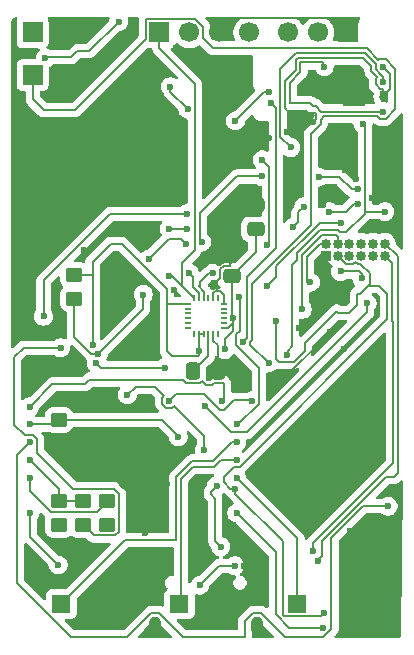
<source format=gbr>
%TF.GenerationSoftware,KiCad,Pcbnew,9.0.3*%
%TF.CreationDate,2025-09-07T19:35:51+01:00*%
%TF.ProjectId,cheetoPet,63686565-746f-4506-9574-2e6b69636164,v0.2*%
%TF.SameCoordinates,Original*%
%TF.FileFunction,Copper,L1,Top*%
%TF.FilePolarity,Positive*%
%FSLAX46Y46*%
G04 Gerber Fmt 4.6, Leading zero omitted, Abs format (unit mm)*
G04 Created by KiCad (PCBNEW 9.0.3) date 2025-09-07 19:35:51*
%MOMM*%
%LPD*%
G01*
G04 APERTURE LIST*
G04 Aperture macros list*
%AMRoundRect*
0 Rectangle with rounded corners*
0 $1 Rounding radius*
0 $2 $3 $4 $5 $6 $7 $8 $9 X,Y pos of 4 corners*
0 Add a 4 corners polygon primitive as box body*
4,1,4,$2,$3,$4,$5,$6,$7,$8,$9,$2,$3,0*
0 Add four circle primitives for the rounded corners*
1,1,$1+$1,$2,$3*
1,1,$1+$1,$4,$5*
1,1,$1+$1,$6,$7*
1,1,$1+$1,$8,$9*
0 Add four rect primitives between the rounded corners*
20,1,$1+$1,$2,$3,$4,$5,0*
20,1,$1+$1,$4,$5,$6,$7,0*
20,1,$1+$1,$6,$7,$8,$9,0*
20,1,$1+$1,$8,$9,$2,$3,0*%
G04 Aperture macros list end*
%TA.AperFunction,SMDPad,CuDef*%
%ADD10R,1.600000X1.500000*%
%TD*%
%TA.AperFunction,SMDPad,CuDef*%
%ADD11RoundRect,0.050000X-0.225000X-0.050000X0.225000X-0.050000X0.225000X0.050000X-0.225000X0.050000X0*%
%TD*%
%TA.AperFunction,SMDPad,CuDef*%
%ADD12RoundRect,0.050000X0.050000X-0.225000X0.050000X0.225000X-0.050000X0.225000X-0.050000X-0.225000X0*%
%TD*%
%TA.AperFunction,SMDPad,CuDef*%
%ADD13RoundRect,0.250000X0.450000X-0.350000X0.450000X0.350000X-0.450000X0.350000X-0.450000X-0.350000X0*%
%TD*%
%TA.AperFunction,ComponentPad*%
%ADD14R,0.850000X0.850000*%
%TD*%
%TA.AperFunction,ComponentPad*%
%ADD15C,0.850000*%
%TD*%
%TA.AperFunction,SMDPad,CuDef*%
%ADD16RoundRect,0.250000X0.475000X-0.337500X0.475000X0.337500X-0.475000X0.337500X-0.475000X-0.337500X0*%
%TD*%
%TA.AperFunction,SMDPad,CuDef*%
%ADD17RoundRect,0.250000X-0.450000X0.350000X-0.450000X-0.350000X0.450000X-0.350000X0.450000X0.350000X0*%
%TD*%
%TA.AperFunction,SMDPad,CuDef*%
%ADD18RoundRect,0.250000X-0.337500X-0.475000X0.337500X-0.475000X0.337500X0.475000X-0.337500X0.475000X0*%
%TD*%
%TA.AperFunction,ComponentPad*%
%ADD19R,1.700000X1.700000*%
%TD*%
%TA.AperFunction,ComponentPad*%
%ADD20C,1.700000*%
%TD*%
%TA.AperFunction,HeatsinkPad*%
%ADD21C,0.500000*%
%TD*%
%TA.AperFunction,HeatsinkPad*%
%ADD22R,1.900000X2.900000*%
%TD*%
%TA.AperFunction,HeatsinkPad*%
%ADD23O,1.000000X1.600000*%
%TD*%
%TA.AperFunction,HeatsinkPad*%
%ADD24O,1.000000X2.100000*%
%TD*%
%TA.AperFunction,HeatsinkPad*%
%ADD25C,0.600000*%
%TD*%
%TA.AperFunction,ViaPad*%
%ADD26C,0.600000*%
%TD*%
%TA.AperFunction,Conductor*%
%ADD27C,0.200000*%
%TD*%
G04 APERTURE END LIST*
D10*
%TO.P,SW1,1,1*%
%TO.N,B*%
X146050000Y-125800000D03*
%TO.P,SW1,2,2*%
%TO.N,GND*%
X150550000Y-125800000D03*
%TD*%
D11*
%TO.P,U2,1,RESV_VDDIO*%
%TO.N,+3.3V*%
X156800000Y-100400000D03*
%TO.P,U2,2*%
%TO.N,N/C*%
X156800000Y-100800000D03*
%TO.P,U2,3*%
X156800000Y-101200000D03*
%TO.P,U2,4*%
X156800000Y-101600000D03*
%TO.P,U2,5*%
X156800000Y-102000000D03*
%TO.P,U2,6*%
X156800000Y-102400000D03*
D12*
%TO.P,U2,7,AUX_CL*%
%TO.N,unconnected-(U2-AUX_CL-Pad7)*%
X157300000Y-102900000D03*
%TO.P,U2,8,VDDIO*%
%TO.N,+3.3V*%
X157700000Y-102900000D03*
%TO.P,U2,9,AD0/MISO*%
X158100000Y-102900000D03*
%TO.P,U2,10,REGOUT*%
%TO.N,Net-(U2-REGOUT)*%
X158500000Y-102900000D03*
%TO.P,U2,11,FSYNC*%
%TO.N,GND*%
X158900000Y-102900000D03*
%TO.P,U2,12,INT*%
%TO.N,unconnected-(U2-INT-Pad12)*%
X159300000Y-102900000D03*
D11*
%TO.P,U2,13,VDD*%
%TO.N,+3.3V*%
X159800000Y-102400000D03*
%TO.P,U2,14*%
%TO.N,N/C*%
X159800000Y-102000000D03*
%TO.P,U2,15*%
X159800000Y-101600000D03*
%TO.P,U2,16*%
X159800000Y-101200000D03*
%TO.P,U2,17*%
X159800000Y-100800000D03*
%TO.P,U2,18,GND*%
%TO.N,GND*%
X159800000Y-100400000D03*
D12*
%TO.P,U2,19*%
%TO.N,N/C*%
X159300000Y-99900000D03*
%TO.P,U2,20,RESV_GND*%
%TO.N,GND*%
X158900000Y-99900000D03*
%TO.P,U2,21,AUX_DA*%
%TO.N,unconnected-(U2-AUX_DA-Pad21)*%
X158500000Y-99900000D03*
%TO.P,U2,22,~{CS}*%
%TO.N,+3.3V*%
X158100000Y-99900000D03*
%TO.P,U2,23,SCL/SCLK*%
%TO.N,SCL*%
X157700000Y-99900000D03*
%TO.P,U2,24,SDA/MOSI*%
%TO.N,SDA*%
X157300000Y-99900000D03*
%TD*%
D13*
%TO.P,R8,1*%
%TO.N,SDA*%
X147150000Y-99950000D03*
%TO.P,R8,2*%
%TO.N,+3.3V*%
X147150000Y-97950000D03*
%TD*%
D10*
%TO.P,SW3,1,1*%
%TO.N,A*%
X166050000Y-125800000D03*
%TO.P,SW3,2,2*%
%TO.N,GND*%
X170550000Y-125800000D03*
%TD*%
D14*
%TO.P,J4,1,Pin_1*%
%TO.N,GND*%
X168450000Y-96300000D03*
D15*
%TO.P,J4,2,Pin_2*%
%TO.N,+3.3V*%
X168450000Y-95300000D03*
%TO.P,J4,3,Pin_3*%
%TO.N,SCL*%
X169450000Y-96300000D03*
%TO.P,J4,4,Pin_4*%
%TO.N,SDA*%
X169450000Y-95300000D03*
%TO.P,J4,5,Pin_5*%
%TO.N,IO2*%
X170450000Y-96300000D03*
%TO.P,J4,6,Pin_6*%
%TO.N,IO0*%
X170450000Y-95300000D03*
%TO.P,J4,7,Pin_7*%
%TO.N,VI*%
X171450000Y-96300000D03*
%TO.P,J4,8,Pin_8*%
%TO.N,AIN3*%
X171450000Y-95300000D03*
%TO.P,J4,9,Pin_9*%
%TO.N,AIN2*%
X172450000Y-96300000D03*
%TO.P,J4,10,Pin_10*%
%TO.N,AIN1*%
X172450000Y-95300000D03*
%TO.P,J4,11,Pin_11*%
%TO.N,TXD*%
X173450000Y-96300000D03*
%TO.P,J4,12,Pin_12*%
%TO.N,RXD*%
X173450000Y-95300000D03*
%TD*%
D16*
%TO.P,C4,1*%
%TO.N,+3.3V*%
X162500000Y-94087500D03*
%TO.P,C4,2*%
%TO.N,GND*%
X162500000Y-92012500D03*
%TD*%
D13*
%TO.P,R13,1*%
%TO.N,GND*%
X145850000Y-112200000D03*
%TO.P,R13,2*%
%TO.N,IO2*%
X145850000Y-110200000D03*
%TD*%
D10*
%TO.P,SW2,1,1*%
%TO.N,X*%
X156050000Y-125800000D03*
%TO.P,SW2,2,2*%
%TO.N,GND*%
X160550000Y-125800000D03*
%TD*%
D13*
%TO.P,R9,1*%
%TO.N,Net-(P1-D-)*%
X149950000Y-119100000D03*
%TO.P,R9,2*%
%TO.N,D-*%
X149950000Y-117100000D03*
%TD*%
D16*
%TO.P,C3,1*%
%TO.N,+3.3V*%
X160500000Y-98037500D03*
%TO.P,C3,2*%
%TO.N,GND*%
X160500000Y-95962500D03*
%TD*%
D17*
%TO.P,R12,1*%
%TO.N,D+*%
X147900000Y-117100000D03*
%TO.P,R12,2*%
%TO.N,+3.3V*%
X147900000Y-119100000D03*
%TD*%
D18*
%TO.P,C2,1*%
%TO.N,Net-(U2-REGOUT)*%
X157212500Y-106050000D03*
%TO.P,C2,2*%
%TO.N,GND*%
X159287500Y-106050000D03*
%TD*%
D19*
%TO.P,J1,1,Pin_1*%
%TO.N,SDA*%
X154360000Y-77400000D03*
D20*
%TO.P,J1,2,Pin_2*%
%TO.N,SCL*%
X156900000Y-77400000D03*
%TO.P,J1,3,Pin_3*%
%TO.N,GND*%
X159440000Y-77400000D03*
%TO.P,J1,4,Pin_4*%
%TO.N,+3.3V*%
X161980000Y-77400000D03*
%TD*%
D13*
%TO.P,R10,1*%
%TO.N,Net-(P1-D+)*%
X145850000Y-119100000D03*
%TO.P,R10,2*%
%TO.N,D+*%
X145850000Y-117100000D03*
%TD*%
D19*
%TO.P,SW4,1,A*%
%TO.N,GND*%
X170340000Y-77400000D03*
D20*
%TO.P,SW4,2,B*%
%TO.N,Net-(SW4-B)*%
X167800000Y-77400000D03*
%TO.P,SW4,3,C*%
%TO.N,unconnected-(SW4-C-Pad3)*%
X165260000Y-77400000D03*
%TD*%
D21*
%TO.P,U3,9,EPAD*%
%TO.N,unconnected-(U3-EPAD-Pad9)*%
X171500000Y-83400000D03*
X171500000Y-82200000D03*
X171500000Y-81000000D03*
D22*
X170800000Y-82200000D03*
D21*
X170100000Y-83400000D03*
X170100000Y-82200000D03*
X170100000Y-81000000D03*
%TD*%
D23*
%TO.P,P1,S1,SHIELD*%
%TO.N,GND*%
X162620000Y-127650000D03*
D24*
X162620000Y-123470000D03*
D23*
X153980000Y-127650000D03*
D24*
X153980000Y-123470000D03*
%TD*%
D19*
%TO.P,BT2,1,+*%
%TO.N,Net-(BT2-+)*%
X143625000Y-81000000D03*
D20*
%TO.P,BT2,2,-*%
%TO.N,GND*%
X146165000Y-81000000D03*
%TD*%
D25*
%TO.P,U4,19,GND*%
%TO.N,GND*%
X152290000Y-114350000D03*
X152290000Y-113250000D03*
X151740000Y-114900000D03*
X151740000Y-113800000D03*
X151740000Y-112700000D03*
X151190000Y-114350000D03*
X151190000Y-113250000D03*
X150640000Y-114900000D03*
X150640000Y-113800000D03*
X150640000Y-112700000D03*
X150090000Y-114350000D03*
X150090000Y-113250000D03*
%TD*%
D19*
%TO.P,BT1,1,+*%
%TO.N,+BATT*%
X143625000Y-77400000D03*
D20*
%TO.P,BT1,2,-*%
%TO.N,GND*%
X146165000Y-77400000D03*
%TD*%
D26*
%TO.N,+BATT*%
X155300000Y-82000000D03*
X163650000Y-82450000D03*
X156750000Y-83900000D03*
X160800000Y-84900000D03*
%TO.N,GND*%
X155000000Y-115600000D03*
X161550000Y-122555000D03*
X168200000Y-92000000D03*
X163200000Y-114800000D03*
X167401001Y-84952381D03*
X168750000Y-88350000D03*
X159750000Y-80100000D03*
X155800000Y-78750000D03*
X173200000Y-121200000D03*
X170000000Y-104200000D03*
X170600000Y-106400000D03*
X159000000Y-98600000D03*
X163600000Y-86350000D03*
X171025000Y-89825000D03*
X150200000Y-101400000D03*
X145800000Y-123800000D03*
X164800000Y-112000000D03*
X166250000Y-84200000D03*
X159200000Y-127600000D03*
X165600000Y-114200000D03*
X153400000Y-108300000D03*
X149400000Y-85800000D03*
X148500000Y-126400000D03*
X173275000Y-82835000D03*
X152000000Y-104000000D03*
X155600000Y-99200000D03*
X166200000Y-102400000D03*
X150600000Y-109000000D03*
X170500000Y-119650000D03*
X153141401Y-119800000D03*
X143000000Y-105800000D03*
X172400000Y-91450000D03*
X168800000Y-102800000D03*
X160750000Y-91300000D03*
X158550000Y-106650000D03*
X158200000Y-120000000D03*
X160900000Y-119600000D03*
X144350000Y-102950000D03*
X156550000Y-91525000D03*
X144200000Y-92050000D03*
X174200000Y-86050000D03*
X165200000Y-85800000D03*
X148000000Y-95800000D03*
X150000000Y-123500000D03*
X160600000Y-125000000D03*
X173275000Y-80295000D03*
X163650000Y-106765000D03*
X158350000Y-85700000D03*
X153400000Y-95200000D03*
X152400000Y-97800000D03*
X170100000Y-89050000D03*
%TO.N,Net-(BT2-+)*%
X163600000Y-105400000D03*
%TO.N,+3.3V*%
X157700000Y-104400000D03*
X158874000Y-97800000D03*
X146000000Y-104100000D03*
X167150000Y-98550000D03*
X160600000Y-101600000D03*
X159900000Y-104250000D03*
X160300000Y-97999000D03*
X148700000Y-103900000D03*
%TO.N,SDA*%
X155200000Y-108600000D03*
X155200000Y-98000000D03*
X162200000Y-108600000D03*
X149200000Y-104600000D03*
X160900000Y-118100000D03*
X166450000Y-100850000D03*
X153000000Y-99600000D03*
X168200000Y-127800000D03*
%TO.N,SCL*%
X156900000Y-97800000D03*
X154800000Y-105800000D03*
X149000000Y-105400000D03*
X164200000Y-101800000D03*
X160764717Y-116050002D03*
X168330000Y-126530000D03*
%TO.N,VI*%
X171600000Y-85200000D03*
X165150000Y-104700000D03*
X160750000Y-122555000D03*
X168325000Y-80295000D03*
X173275000Y-84105000D03*
X173462500Y-92587500D03*
X157800000Y-124200000D03*
%TO.N,AIN1*%
X165691302Y-93914496D03*
X171150000Y-91950000D03*
X168741450Y-92591450D03*
X156700000Y-92750000D03*
X166575000Y-92175000D03*
X144550000Y-101450000D03*
%TO.N,TXD*%
X167400000Y-121300000D03*
%TO.N,Net-(U1-~{INT}{slash}SQW)*%
X143400000Y-112100000D03*
X173725000Y-117525000D03*
%TO.N,AIN3*%
X163050000Y-89600000D03*
X167850000Y-89650000D03*
X157950000Y-95150000D03*
X156650000Y-95350000D03*
X153450000Y-96600000D03*
X171150000Y-90698528D03*
%TO.N,Net-(P1-CC)*%
X158150000Y-112800000D03*
X159200000Y-115800000D03*
X159550000Y-120950000D03*
X151650000Y-108100000D03*
%TO.N,Net-(P1-D+)*%
X145850000Y-119100000D03*
%TO.N,Net-(P1-D-)*%
X149950000Y-119100000D03*
%TO.N,RXD*%
X143400000Y-118100000D03*
X167800000Y-122150000D03*
X145800000Y-122500000D03*
%TO.N,IO0*%
X169700000Y-93550000D03*
X163450000Y-98900000D03*
%TO.N,Net-(U3-PROG)*%
X165500000Y-87150000D03*
X173275000Y-81565000D03*
%TO.N,D-*%
X143400000Y-115100000D03*
%TO.N,D+*%
X143400000Y-113600000D03*
%TO.N,B*%
X160900000Y-112100000D03*
%TO.N,X*%
X160900000Y-113600000D03*
%TO.N,A*%
X160900000Y-115100000D03*
%TO.N,Net-(SW4-B)*%
X150900000Y-76500000D03*
X144700000Y-79600000D03*
%TO.N,IO2*%
X143400000Y-110600000D03*
X155950000Y-111650000D03*
X158200000Y-109050000D03*
X171950000Y-100350000D03*
%TO.N,Net-(U3-~{CHRG})*%
X160900000Y-110600000D03*
X161100000Y-99850000D03*
X163050000Y-88200000D03*
X163450000Y-95382900D03*
%TO.N,Net-(U3-~{STDBY})*%
X163800000Y-83400000D03*
X161465642Y-103643761D03*
X143400000Y-109100000D03*
X159624127Y-108626391D03*
%TO.N,AIN2*%
X156700000Y-94050000D03*
X171500000Y-98200000D03*
X169700000Y-97650000D03*
X155200000Y-94050000D03*
%TD*%
D27*
%TO.N,Net-(SW4-B)*%
X147400000Y-79000000D02*
X148400000Y-79000000D01*
X146900000Y-79500000D02*
X147400000Y-79000000D01*
X148400000Y-79000000D02*
X150900000Y-76500000D01*
X144800000Y-79500000D02*
X146900000Y-79500000D01*
X144700000Y-79600000D02*
X144800000Y-79500000D01*
%TO.N,+BATT*%
X155300000Y-82450000D02*
X156750000Y-83900000D01*
X155300000Y-82000000D02*
X155300000Y-82450000D01*
X156750000Y-83900000D02*
X156800000Y-83950000D01*
X163250000Y-82450000D02*
X163650000Y-82450000D01*
X160800000Y-84900000D02*
X163250000Y-82450000D01*
%TO.N,GND*%
X172273000Y-80710043D02*
X172776507Y-81213550D01*
X160700000Y-76400000D02*
X160440000Y-76400000D01*
X159200000Y-99324000D02*
X159200000Y-98600000D01*
X166250000Y-84200000D02*
X165367100Y-84200000D01*
X164200000Y-115600000D02*
X165600000Y-114200000D01*
X172674000Y-81813943D02*
X173060057Y-82200000D01*
X159474000Y-98176000D02*
X159474000Y-97464840D01*
X160900000Y-119600000D02*
X161550000Y-120250000D01*
X159200000Y-99324000D02*
X159076000Y-99324000D01*
X158900000Y-102900000D02*
X158900000Y-103500000D01*
X161550000Y-120250000D02*
X161550000Y-122555000D01*
X159474000Y-97464840D02*
X159788840Y-97150000D01*
X160300000Y-97150000D02*
X160300000Y-97000000D01*
X159287500Y-103887500D02*
X159287500Y-106050000D01*
X173275000Y-80295000D02*
X173876000Y-80896000D01*
X165902000Y-80622150D02*
X165902000Y-79766100D01*
X167600000Y-84200000D02*
X166250000Y-84200000D01*
X165001000Y-81523150D02*
X165902000Y-80622150D01*
X164852043Y-106765000D02*
X168800000Y-102817043D01*
X173876000Y-82234000D02*
X173275000Y-82835000D01*
X159800000Y-99627226D02*
X159496774Y-99324000D01*
X165001000Y-83833900D02*
X165001000Y-81523150D01*
X158900000Y-99500000D02*
X158900000Y-99900000D01*
X172674000Y-81316057D02*
X172674000Y-81813943D01*
X172273000Y-80240100D02*
X172273000Y-80710043D01*
X170340000Y-77400000D02*
X169141000Y-76201000D01*
X173060057Y-82200000D02*
X173300000Y-82200000D01*
X163200000Y-114800000D02*
X164000000Y-115600000D01*
X169400000Y-88350000D02*
X170100000Y-89050000D01*
X173300000Y-82200000D02*
X173300000Y-82350000D01*
X165367100Y-84200000D02*
X165001000Y-83833900D01*
X164000000Y-115600000D02*
X164200000Y-115600000D01*
X159200000Y-98600000D02*
X159000000Y-98600000D01*
X171584900Y-79552000D02*
X172273000Y-80240100D01*
X165902000Y-79766100D02*
X166116100Y-79552000D01*
X159496774Y-99324000D02*
X159200000Y-99324000D01*
X163650000Y-106765000D02*
X164852043Y-106765000D01*
X167401001Y-84952381D02*
X167600000Y-84753382D01*
X172776507Y-81213550D02*
X172674000Y-81316057D01*
X159050000Y-98600000D02*
X159474000Y-98176000D01*
X160440000Y-76400000D02*
X159440000Y-77400000D01*
X158900000Y-103500000D02*
X159287500Y-103887500D01*
X169141000Y-76201000D02*
X160899000Y-76201000D01*
X160300000Y-97000000D02*
X160500000Y-96800000D01*
X159076000Y-99324000D02*
X158900000Y-99500000D01*
X173876000Y-80896000D02*
X173876000Y-82234000D01*
X173275000Y-82375000D02*
X173275000Y-82835000D01*
X159800000Y-100400000D02*
X159800000Y-99627226D01*
X166116100Y-79552000D02*
X171584900Y-79552000D01*
X168750000Y-88350000D02*
X169400000Y-88350000D01*
X173300000Y-82350000D02*
X173275000Y-82375000D01*
X159788840Y-97150000D02*
X160300000Y-97150000D01*
X159000000Y-98600000D02*
X159050000Y-98600000D01*
X160899000Y-76201000D02*
X160700000Y-76400000D01*
X160500000Y-96800000D02*
X160500000Y-95962500D01*
X167600000Y-84753382D02*
X167600000Y-84200000D01*
X168800000Y-102817043D02*
X168800000Y-102800000D01*
%TO.N,Net-(BT2-+)*%
X143625000Y-83025000D02*
X143625000Y-81000000D01*
X173523943Y-79694000D02*
X172906000Y-79694000D01*
X172826057Y-84506000D02*
X173026057Y-84706000D01*
X144599000Y-83999000D02*
X143625000Y-83025000D01*
X174299000Y-83930943D02*
X174299000Y-80469057D01*
X167203325Y-86000000D02*
X168001000Y-85202325D01*
X163600000Y-105400000D02*
X162066642Y-103866642D01*
X162066642Y-103866642D02*
X162066642Y-103609861D01*
X153209000Y-77983900D02*
X147193900Y-83999000D01*
X162201000Y-103475503D02*
X162201000Y-98699000D01*
X173026057Y-84706000D02*
X173523943Y-84706000D01*
X158051000Y-76923240D02*
X157376760Y-76249000D01*
X162201000Y-98699000D02*
X167201000Y-93699000D01*
X173523943Y-84706000D02*
X174299000Y-83930943D01*
X174299000Y-80469057D02*
X173523943Y-79694000D01*
X172906000Y-79694000D02*
X172883550Y-79716450D01*
X167201000Y-93699000D02*
X167201000Y-86000000D01*
X153209000Y-76249000D02*
X153209000Y-77983900D01*
X167201000Y-86000000D02*
X167203325Y-86000000D01*
X157376760Y-76249000D02*
X153209000Y-76249000D01*
X171917100Y-78750000D02*
X158924240Y-78750000D01*
X172883550Y-79716450D02*
X171917100Y-78750000D01*
X158051000Y-77876760D02*
X158051000Y-76923240D01*
X168001000Y-84799000D02*
X168294000Y-84506000D01*
X168001000Y-85202325D02*
X168001000Y-84799000D01*
X158924240Y-78750000D02*
X158051000Y-77876760D01*
X147193900Y-83999000D02*
X144599000Y-83999000D01*
X168294000Y-84506000D02*
X172826057Y-84506000D01*
X162066642Y-103609861D02*
X162201000Y-103475503D01*
%TO.N,+3.3V*%
X155000000Y-104400000D02*
X155000000Y-100400000D01*
X157700000Y-104700000D02*
X157600000Y-104800000D01*
X150243950Y-95299000D02*
X151156050Y-95299000D01*
X150635160Y-120001000D02*
X150951000Y-119685160D01*
X148700000Y-96842950D02*
X150243950Y-95299000D01*
X155000000Y-99142950D02*
X155000000Y-100400000D01*
X143648943Y-111499000D02*
X142949000Y-111499000D01*
X142949000Y-111499000D02*
X142058107Y-110608107D01*
X147150000Y-97950000D02*
X148700000Y-97950000D01*
X150486160Y-116050000D02*
X147050000Y-116050000D01*
X167998000Y-95300000D02*
X166851000Y-96447000D01*
X150951000Y-119685160D02*
X150951000Y-116514840D01*
X162500000Y-96037500D02*
X160500000Y-98037500D01*
X162500000Y-94087500D02*
X162500000Y-96037500D01*
X158874000Y-97800000D02*
X158550000Y-97800000D01*
X147050000Y-116050000D02*
X144001000Y-113001000D01*
X150951000Y-116514840D02*
X150486160Y-116050000D01*
X160600000Y-101600000D02*
X160800000Y-101600000D01*
X142058107Y-110608107D02*
X142058107Y-104900000D01*
X159900000Y-104250000D02*
X159900000Y-103350000D01*
X157800000Y-98550000D02*
X157800000Y-98800000D01*
X148801000Y-120001000D02*
X150635160Y-120001000D01*
X148700000Y-97950000D02*
X148700000Y-96842950D01*
X155000000Y-100400000D02*
X156800000Y-100400000D01*
X160600000Y-102650000D02*
X160600000Y-101600000D01*
X160500000Y-101500000D02*
X160600000Y-101600000D01*
X158067100Y-99300000D02*
X158100000Y-99300000D01*
X142058107Y-104900000D02*
X142858107Y-104100000D01*
X166901000Y-98550000D02*
X167150000Y-98550000D01*
X155400000Y-104800000D02*
X155000000Y-104400000D01*
X144001000Y-113001000D02*
X144001000Y-111851057D01*
X168450000Y-95300000D02*
X167998000Y-95300000D01*
X157700000Y-102900000D02*
X157700000Y-104400000D01*
X144001000Y-111851057D02*
X143648943Y-111499000D01*
X166851000Y-98500000D02*
X166901000Y-98550000D01*
X160200000Y-102400000D02*
X160600000Y-102000000D01*
X157800000Y-98800000D02*
X157683550Y-98916450D01*
X148700000Y-103900000D02*
X148700000Y-97950000D01*
X160600000Y-102000000D02*
X160600000Y-101600000D01*
X142858107Y-104100000D02*
X146000000Y-104100000D01*
X166851000Y-96447000D02*
X166851000Y-98500000D01*
X160500000Y-98037500D02*
X160500000Y-101500000D01*
X158100000Y-102900000D02*
X157700000Y-102900000D01*
X157600000Y-104800000D02*
X155400000Y-104800000D01*
X159800000Y-102400000D02*
X160200000Y-102400000D01*
X151156050Y-95299000D02*
X155000000Y-99142950D01*
X167150000Y-98550000D02*
X167200000Y-98550000D01*
X158550000Y-97800000D02*
X157800000Y-98550000D01*
X157683550Y-98916450D02*
X158067100Y-99300000D01*
X159900000Y-103350000D02*
X160600000Y-102650000D01*
X158100000Y-99300000D02*
X158100000Y-99900000D01*
X147900000Y-119100000D02*
X148801000Y-120001000D01*
X157700000Y-104400000D02*
X157700000Y-104700000D01*
%TO.N,Net-(U2-REGOUT)*%
X158500000Y-102900000D02*
X158500000Y-104762500D01*
X158500000Y-104762500D02*
X157212500Y-106050000D01*
%TO.N,SDA*%
X155200000Y-108600000D02*
X155801000Y-107999000D01*
X156300000Y-96900000D02*
X157350000Y-95850000D01*
X160900000Y-118100000D02*
X164200000Y-121400000D01*
X166450000Y-96273280D02*
X166450000Y-100850000D01*
X169450000Y-94698960D02*
X169325040Y-94574000D01*
X157350000Y-81750000D02*
X154360000Y-78760000D01*
X160651057Y-108499000D02*
X162099000Y-108499000D01*
X153000000Y-99600000D02*
X153000000Y-100800000D01*
X159790347Y-109359710D02*
X160651057Y-108499000D01*
X168200000Y-127800000D02*
X165330900Y-127800000D01*
X159507503Y-109359710D02*
X159790347Y-109359710D01*
X164200000Y-121400000D02*
X164200000Y-121600000D01*
X169450000Y-95300000D02*
X169450000Y-94698960D01*
X156300000Y-98900000D02*
X156300000Y-96900000D01*
X157300000Y-99900000D02*
X155400000Y-98000000D01*
X157350000Y-95850000D02*
X157350000Y-81750000D01*
X155801000Y-107999000D02*
X158146793Y-107999000D01*
X157300000Y-99900000D02*
X156300000Y-98900000D01*
X169325040Y-94574000D02*
X168149280Y-94574000D01*
X158146793Y-107999000D02*
X159507503Y-109359710D01*
X168149280Y-94574000D02*
X166450000Y-96273280D01*
X155400000Y-98000000D02*
X155200000Y-98000000D01*
X164200000Y-126669100D02*
X164200000Y-121600000D01*
X147150000Y-103199943D02*
X148550057Y-104600000D01*
X147150000Y-99950000D02*
X147150000Y-103199943D01*
X162099000Y-108499000D02*
X162200000Y-108600000D01*
X148550057Y-104600000D02*
X149200000Y-104600000D01*
X154360000Y-78760000D02*
X154360000Y-77400000D01*
X153000000Y-100800000D02*
X149200000Y-104600000D01*
X165330900Y-127800000D02*
X164200000Y-126669100D01*
%TO.N,SCL*%
X166675000Y-103725000D02*
X169366120Y-101033880D01*
X171149280Y-97026000D02*
X170950000Y-96826720D01*
X169724000Y-96600720D02*
X169724000Y-96300000D01*
X171111000Y-100476760D02*
X171111000Y-99523240D01*
X154800000Y-105800000D02*
X149400000Y-105800000D01*
X173651000Y-101698943D02*
X173651000Y-99523240D01*
X172150000Y-97800000D02*
X171376000Y-97026000D01*
X157200000Y-98100000D02*
X157200000Y-99000000D01*
X169483240Y-101151000D02*
X170436760Y-101151000D01*
X165749944Y-105300000D02*
X166675000Y-104374944D01*
X170950000Y-96826720D02*
X170750720Y-97026000D01*
X160651057Y-114201000D02*
X161148943Y-114201000D01*
X170149280Y-97026000D02*
X169724000Y-96600720D01*
X161148943Y-114201000D02*
X173651000Y-101698943D01*
X171376000Y-97026000D02*
X171149280Y-97026000D01*
X169366120Y-101033880D02*
X169483240Y-101151000D01*
X170750720Y-97026000D02*
X170149280Y-97026000D01*
X169724000Y-96300000D02*
X169450000Y-96300000D01*
X156900000Y-97800000D02*
X157200000Y-98100000D01*
X159800000Y-115052057D02*
X160651057Y-114201000D01*
X164800000Y-120500000D02*
X164800000Y-126702000D01*
X160350002Y-116050002D02*
X159800000Y-115500000D01*
X173651000Y-99523240D02*
X172976760Y-98849000D01*
X170436760Y-101151000D02*
X171111000Y-100476760D01*
X159800000Y-115500000D02*
X159800000Y-115052057D01*
X149400000Y-105800000D02*
X149000000Y-105400000D01*
X168009000Y-126851000D02*
X168330000Y-126530000D01*
X172023240Y-98849000D02*
X171911120Y-98961120D01*
X172150000Y-98722240D02*
X172150000Y-97800000D01*
X160764717Y-116050002D02*
X160350002Y-116050002D01*
X171111000Y-99523240D02*
X171349000Y-99523240D01*
X160764717Y-116464717D02*
X164800000Y-120500000D01*
X164200000Y-105050000D02*
X164450000Y-105300000D01*
X166675000Y-104374944D02*
X166675000Y-103725000D01*
X171911120Y-98961120D02*
X172150000Y-98722240D01*
X164450000Y-105300000D02*
X165749944Y-105300000D01*
X157200000Y-99000000D02*
X157700000Y-99500000D01*
X172976760Y-98849000D02*
X172023240Y-98849000D01*
X171349000Y-99523240D02*
X171911120Y-98961120D01*
X164800000Y-126702000D02*
X164949000Y-126851000D01*
X164200000Y-101800000D02*
X164200000Y-105050000D01*
X157700000Y-99500000D02*
X157700000Y-99900000D01*
X160764717Y-116050002D02*
X160764717Y-116464717D01*
X164949000Y-126851000D02*
X168009000Y-126851000D01*
%TO.N,VI*%
X166049000Y-96651000D02*
X166049000Y-96107180D01*
X166303000Y-79953000D02*
X168153000Y-79953000D01*
X167367100Y-83632900D02*
X167132200Y-83398000D01*
X166303000Y-80788250D02*
X166303000Y-79953000D01*
X165402000Y-81689250D02*
X166303000Y-80788250D01*
X168153000Y-79953000D02*
X168325000Y-80125000D01*
X167983180Y-94173000D02*
X169491140Y-94173000D01*
X169618140Y-94300000D02*
X170200000Y-94300000D01*
X173462500Y-92587500D02*
X171787500Y-92587500D01*
X165402000Y-83398000D02*
X165402000Y-81689250D01*
X168072100Y-84105000D02*
X167600000Y-83632900D01*
X171750000Y-92550000D02*
X171750000Y-85200000D01*
X171750000Y-85200000D02*
X171600000Y-85200000D01*
X166049000Y-96107180D02*
X167983180Y-94173000D01*
X165150000Y-104700000D02*
X165230561Y-104619439D01*
X168325000Y-80125000D02*
X168325000Y-80295000D01*
X165600000Y-104000000D02*
X165600000Y-97100000D01*
X170200000Y-94300000D02*
X171750000Y-92750000D01*
X157800000Y-124200000D02*
X159445000Y-122555000D01*
X171787500Y-92587500D02*
X171750000Y-92550000D01*
X165230561Y-104369439D02*
X165600000Y-104000000D01*
X167600000Y-83632900D02*
X167367100Y-83632900D01*
X165230561Y-104619439D02*
X165230561Y-104369439D01*
X167132200Y-83398000D02*
X165402000Y-83398000D01*
X159445000Y-122555000D02*
X160750000Y-122555000D01*
X165600000Y-97100000D02*
X166049000Y-96651000D01*
X173275000Y-84105000D02*
X168072100Y-84105000D01*
X171750000Y-92750000D02*
X171750000Y-92550000D01*
X169491140Y-94173000D02*
X169618140Y-94300000D01*
%TO.N,AIN1*%
X165691302Y-93914496D02*
X166116450Y-93489348D01*
X144550000Y-101450000D02*
X144550000Y-98400057D01*
X166116450Y-93489348D02*
X166116450Y-92633550D01*
X170158550Y-92591450D02*
X168741450Y-92591450D01*
X150200057Y-92750000D02*
X155050000Y-92750000D01*
X166575000Y-92175000D02*
X166600000Y-92150000D01*
X166116450Y-92633550D02*
X166575000Y-92175000D01*
X171150000Y-91950000D02*
X170800000Y-91950000D01*
X156700000Y-92750000D02*
X156800000Y-92750000D01*
X155050000Y-92750000D02*
X156700000Y-92750000D01*
X170800000Y-91950000D02*
X170158550Y-92591450D01*
X144550000Y-98400057D02*
X150200057Y-92750000D01*
%TO.N,TXD*%
X174050000Y-96900000D02*
X174050000Y-99355140D01*
X174052000Y-101865043D02*
X174148000Y-101961043D01*
X173450000Y-96300000D02*
X174050000Y-96900000D01*
X174052000Y-99357140D02*
X174052000Y-101865043D01*
X174148000Y-113852000D02*
X167400000Y-120600000D01*
X174148000Y-101961043D02*
X174148000Y-113852000D01*
X167400000Y-120600000D02*
X167400000Y-121300000D01*
X174050000Y-99355140D02*
X174052000Y-99357140D01*
%TO.N,Net-(U1-~{INT}{slash}SQW)*%
X154311785Y-126549000D02*
X153648215Y-126549000D01*
X168250943Y-128599000D02*
X165001785Y-128599000D01*
X161600000Y-127237215D02*
X161600000Y-128599000D01*
X162288215Y-126549000D02*
X161600000Y-127237215D01*
X171609200Y-117525000D02*
X168931000Y-120203200D01*
X168931000Y-127918943D02*
X168250943Y-128599000D01*
X153648215Y-126549000D02*
X152600000Y-127597215D01*
X156361785Y-128599000D02*
X154311785Y-126549000D01*
X142301000Y-113199000D02*
X143400000Y-112100000D01*
X151600000Y-128599000D02*
X146873321Y-128599000D01*
X152600000Y-127599000D02*
X151600000Y-128599000D01*
X152600000Y-127597215D02*
X152600000Y-127599000D01*
X173725000Y-117525000D02*
X171609200Y-117525000D01*
X162951785Y-126549000D02*
X162288215Y-126549000D01*
X161600000Y-128599000D02*
X156361785Y-128599000D01*
X168931000Y-120203200D02*
X168931000Y-127918943D01*
X165001785Y-128599000D02*
X162951785Y-126549000D01*
X142301000Y-124026679D02*
X142301000Y-113199000D01*
X146873321Y-128599000D02*
X142301000Y-124026679D01*
%TO.N,AIN3*%
X157800000Y-95150000D02*
X157950000Y-95150000D01*
X155152000Y-94898000D02*
X153450000Y-96600000D01*
X159750000Y-90750000D02*
X157800000Y-92700000D01*
X160900000Y-89600000D02*
X159750000Y-90750000D01*
X170648528Y-90698528D02*
X169600000Y-89650000D01*
X156650000Y-95350000D02*
X156198000Y-94898000D01*
X156198000Y-94898000D02*
X155152000Y-94898000D01*
X157800000Y-92700000D02*
X157800000Y-95150000D01*
X171150000Y-90698528D02*
X170648528Y-90698528D01*
X169600000Y-89650000D02*
X167850000Y-89650000D01*
X163050000Y-89600000D02*
X160900000Y-89600000D01*
%TO.N,Net-(P1-CC)*%
X154599000Y-108351057D02*
X154750028Y-108200028D01*
X158150000Y-112800000D02*
X158150000Y-111600000D01*
X159200000Y-115800000D02*
X158700000Y-116300000D01*
X151650000Y-108100000D02*
X151600000Y-108100000D01*
X158700000Y-116300000D02*
X158700000Y-116500000D01*
X155599971Y-109049971D02*
X155448943Y-109201000D01*
X154951057Y-109201000D02*
X154599000Y-108848943D01*
X155448943Y-109201000D02*
X154951057Y-109201000D01*
X154599000Y-108848943D02*
X154599000Y-108351057D01*
X158700000Y-116500000D02*
X159100000Y-116900000D01*
X153950000Y-107400000D02*
X152350000Y-107400000D01*
X159100000Y-116900000D02*
X159100000Y-120500000D01*
X154750028Y-108200028D02*
X153950000Y-107400000D01*
X158150000Y-111600000D02*
X155599971Y-109049971D01*
X159100000Y-120500000D02*
X159550000Y-120950000D01*
X152350000Y-107400000D02*
X151650000Y-108100000D01*
%TO.N,RXD*%
X173516100Y-115051000D02*
X168100000Y-120467100D01*
X168100000Y-120467100D02*
X168100000Y-121750000D01*
X173450000Y-95300000D02*
X173476720Y-95300000D01*
X173476720Y-95300000D02*
X174549000Y-96372280D01*
X143400000Y-120100000D02*
X145800000Y-122500000D01*
X143400000Y-118100000D02*
X143400000Y-120100000D01*
X174549000Y-96372280D02*
X174549000Y-114718100D01*
X174549000Y-114718100D02*
X174216100Y-115051000D01*
X174216100Y-115051000D02*
X173516100Y-115051000D01*
X168100000Y-121750000D02*
X167850000Y-122000000D01*
%TO.N,IO0*%
X163450000Y-98900000D02*
X164250000Y-98100000D01*
X164250000Y-98100000D02*
X164250000Y-97217100D01*
X167917100Y-93550000D02*
X169700000Y-93550000D01*
X164250000Y-97217100D02*
X167917100Y-93550000D01*
%TO.N,Net-(U3-PROG)*%
X171550000Y-79151000D02*
X165950000Y-79151000D01*
X173026057Y-80896000D02*
X172674000Y-80543943D01*
X172674000Y-80074000D02*
X171751000Y-79151000D01*
X173275000Y-81565000D02*
X173275000Y-81144943D01*
X164600000Y-80501000D02*
X164600000Y-86250000D01*
X164600000Y-86250000D02*
X165500000Y-87150000D01*
X171751000Y-79151000D02*
X171550000Y-79151000D01*
X165950000Y-79151000D02*
X164600000Y-80501000D01*
X172674000Y-80543943D02*
X172674000Y-80074000D01*
X173275000Y-81144943D02*
X173026057Y-80896000D01*
%TO.N,D-*%
X143400000Y-115100000D02*
X143400000Y-116236160D01*
X145164840Y-118001000D02*
X149049000Y-118001000D01*
X149049000Y-118001000D02*
X149950000Y-117100000D01*
X143400000Y-116236160D02*
X145164840Y-118001000D01*
%TO.N,D+*%
X145850000Y-117100000D02*
X147900000Y-117100000D01*
X143400000Y-113600000D02*
X145850000Y-116050000D01*
X145850000Y-116050000D02*
X145850000Y-117100000D01*
%TO.N,B*%
X157116450Y-113716450D02*
X158916450Y-113716450D01*
X160532900Y-112100000D02*
X160900000Y-112100000D01*
X155799000Y-120400000D02*
X155799000Y-115033900D01*
X155799000Y-115033900D02*
X157116450Y-113716450D01*
X146050000Y-125800000D02*
X151450000Y-120400000D01*
X151450000Y-120400000D02*
X155799000Y-120400000D01*
X158916450Y-113716450D02*
X160532900Y-112100000D01*
%TO.N,X*%
X159600000Y-113600000D02*
X160900000Y-113600000D01*
X156050000Y-125800000D02*
X156200000Y-125650000D01*
X156200000Y-115200000D02*
X157200000Y-114200000D01*
X157200000Y-114200000D02*
X159000000Y-114200000D01*
X156200000Y-125650000D02*
X156200000Y-115200000D01*
X159000000Y-114200000D02*
X159600000Y-113600000D01*
%TO.N,A*%
X166050000Y-120250000D02*
X166050000Y-125800000D01*
X160900000Y-115100000D02*
X166050000Y-120250000D01*
%TO.N,IO2*%
X161799943Y-111250000D02*
X171950000Y-101099943D01*
X154550000Y-110200000D02*
X155950000Y-111600000D01*
X145450000Y-110600000D02*
X145850000Y-110200000D01*
X145850000Y-110200000D02*
X154550000Y-110200000D01*
X160400000Y-111250000D02*
X161799943Y-111250000D01*
X171950000Y-101099943D02*
X171950000Y-100350000D01*
X143400000Y-110600000D02*
X145450000Y-110600000D01*
X158200000Y-109050000D02*
X160400000Y-111250000D01*
%TO.N,Net-(U3-~{CHRG})*%
X161201000Y-99951000D02*
X161100000Y-99850000D01*
X163650000Y-95182900D02*
X163450000Y-95382900D01*
X160900000Y-110600000D02*
X161049943Y-110600000D01*
X161049943Y-110600000D02*
X162801000Y-108848943D01*
X162801000Y-108848943D02*
X162801000Y-105829062D01*
X160864642Y-102983358D02*
X161201000Y-102647000D01*
X161201000Y-102647000D02*
X161201000Y-99951000D01*
X163650000Y-88800000D02*
X163650000Y-95182900D01*
X160864642Y-103892704D02*
X160864642Y-102983358D01*
X163050000Y-88200000D02*
X163650000Y-88800000D01*
X162801000Y-105829062D02*
X160864642Y-103892704D01*
%TO.N,Net-(U3-~{STDBY})*%
X161800000Y-103309403D02*
X161800000Y-98100000D01*
X164200000Y-95700000D02*
X164200000Y-83800000D01*
X159624127Y-108626391D02*
X159800000Y-108450518D01*
X158973943Y-107076000D02*
X158798943Y-107251000D01*
X157785160Y-107076000D02*
X156639840Y-107076000D01*
X148032900Y-107200000D02*
X145300000Y-107200000D01*
X158301057Y-107251000D02*
X157955608Y-106905551D01*
X156363840Y-106800000D02*
X148432900Y-106800000D01*
X148432900Y-106800000D02*
X148032900Y-107200000D01*
X145300000Y-107200000D02*
X143400000Y-109100000D01*
X157955608Y-106905551D02*
X157785160Y-107076000D01*
X164200000Y-83800000D02*
X163800000Y-83400000D01*
X161800000Y-98100000D02*
X164200000Y-95700000D01*
X158798943Y-107251000D02*
X158301057Y-107251000D01*
X156639840Y-107076000D02*
X156363840Y-106800000D01*
X161465642Y-103643761D02*
X161800000Y-103309403D01*
X159800000Y-107076000D02*
X158973943Y-107076000D01*
X159800000Y-108450518D02*
X159800000Y-107076000D01*
%TO.N,AIN2*%
X171600000Y-98100000D02*
X171500000Y-98200000D01*
X172450000Y-96300000D02*
X172450000Y-96326720D01*
X171250000Y-97650000D02*
X171500000Y-97900000D01*
X156700000Y-94050000D02*
X156850000Y-94050000D01*
X171500000Y-97900000D02*
X171600000Y-98000000D01*
X169700000Y-97650000D02*
X171250000Y-97650000D01*
X155200000Y-94050000D02*
X156700000Y-94050000D01*
X171600000Y-98000000D02*
X171600000Y-98100000D01*
%TD*%
%TA.AperFunction,Conductor*%
%TO.N,unconnected-(U3-EPAD-Pad9)*%
G36*
X171351842Y-80172185D02*
G01*
X171372484Y-80188819D01*
X171636181Y-80452516D01*
X171650884Y-80479443D01*
X171667477Y-80505262D01*
X171668368Y-80511462D01*
X171669666Y-80513839D01*
X171672500Y-80540197D01*
X171672500Y-80623373D01*
X171672499Y-80623391D01*
X171672499Y-80789097D01*
X171672498Y-80789097D01*
X171713423Y-80941828D01*
X171725978Y-80963573D01*
X171725979Y-80963576D01*
X171792475Y-81078752D01*
X171792481Y-81078760D01*
X171911349Y-81197628D01*
X171911355Y-81197633D01*
X172037181Y-81323459D01*
X172070666Y-81384782D01*
X172073500Y-81411140D01*
X172073500Y-81727273D01*
X172073499Y-81727291D01*
X172073499Y-81892997D01*
X172073498Y-81892997D01*
X172114423Y-82045728D01*
X172135783Y-82082723D01*
X172135784Y-82082727D01*
X172193475Y-82182652D01*
X172193481Y-82182660D01*
X172312349Y-82301528D01*
X172312355Y-82301533D01*
X172478033Y-82467211D01*
X172511518Y-82528534D01*
X172506723Y-82595576D01*
X172507032Y-82595670D01*
X172506619Y-82597029D01*
X172506534Y-82598226D01*
X172505323Y-82601301D01*
X172505261Y-82601505D01*
X172474500Y-82756153D01*
X172474500Y-82913846D01*
X172505261Y-83068489D01*
X172505264Y-83068501D01*
X172565602Y-83214172D01*
X172565609Y-83214185D01*
X172630706Y-83311609D01*
X172651584Y-83378287D01*
X172633099Y-83445667D01*
X172581121Y-83492357D01*
X172527604Y-83504500D01*
X168372197Y-83504500D01*
X168305158Y-83484815D01*
X168284516Y-83468181D01*
X168087590Y-83271255D01*
X168087588Y-83271252D01*
X167968717Y-83152381D01*
X167968716Y-83152380D01*
X167863914Y-83091873D01*
X167863913Y-83091872D01*
X167831783Y-83073322D01*
X167775881Y-83058343D01*
X167679057Y-83032399D01*
X167679054Y-83032399D01*
X167667197Y-83032399D01*
X167645097Y-83025909D01*
X167622146Y-83023926D01*
X167608920Y-83015286D01*
X167600158Y-83012714D01*
X167591424Y-83006554D01*
X167585135Y-83001699D01*
X167500916Y-82917480D01*
X167409444Y-82864669D01*
X167402248Y-82860514D01*
X167402245Y-82860512D01*
X167363990Y-82838425D01*
X167363989Y-82838424D01*
X167351463Y-82835067D01*
X167211257Y-82797499D01*
X167053143Y-82797499D01*
X167045547Y-82797499D01*
X167045531Y-82797500D01*
X166126500Y-82797500D01*
X166059461Y-82777815D01*
X166013706Y-82725011D01*
X166002500Y-82673500D01*
X166002500Y-81989346D01*
X166022185Y-81922307D01*
X166038815Y-81901669D01*
X166661506Y-81278977D01*
X166661511Y-81278974D01*
X166671714Y-81268770D01*
X166671716Y-81268770D01*
X166783520Y-81156966D01*
X166862577Y-81020034D01*
X166903500Y-80867307D01*
X166903500Y-80677500D01*
X166923185Y-80610461D01*
X166975989Y-80564706D01*
X167027500Y-80553500D01*
X167482766Y-80553500D01*
X167549805Y-80573185D01*
X167595560Y-80625989D01*
X167597309Y-80630005D01*
X167615603Y-80674172D01*
X167615608Y-80674183D01*
X167703210Y-80805288D01*
X167703213Y-80805292D01*
X167814707Y-80916786D01*
X167814711Y-80916789D01*
X167945814Y-81004390D01*
X167945827Y-81004397D01*
X168091498Y-81064735D01*
X168091503Y-81064737D01*
X168246153Y-81095499D01*
X168246156Y-81095500D01*
X168246158Y-81095500D01*
X168403844Y-81095500D01*
X168403845Y-81095499D01*
X168558497Y-81064737D01*
X168704179Y-81004394D01*
X168835289Y-80916789D01*
X168946789Y-80805289D01*
X169034394Y-80674179D01*
X169094737Y-80528497D01*
X169125500Y-80373842D01*
X169125500Y-80276500D01*
X169145185Y-80209461D01*
X169197989Y-80163706D01*
X169249500Y-80152500D01*
X171284803Y-80152500D01*
X171351842Y-80172185D01*
G37*
%TD.AperFunction*%
%TD*%
%TA.AperFunction,Conductor*%
%TO.N,GND*%
G36*
X154078727Y-127169185D02*
G01*
X154099369Y-127185819D01*
X155401368Y-128487819D01*
X155434853Y-128549142D01*
X155429869Y-128618834D01*
X155387997Y-128674767D01*
X155322533Y-128699184D01*
X155313687Y-128699500D01*
X152648098Y-128699500D01*
X152581059Y-128679815D01*
X152535304Y-128627011D01*
X152525360Y-128557853D01*
X152554385Y-128494297D01*
X152560417Y-128487819D01*
X153080515Y-127967721D01*
X153080515Y-127967720D01*
X153080520Y-127967716D01*
X153080523Y-127967709D01*
X153081457Y-127966494D01*
X153092155Y-127954293D01*
X153860631Y-127185819D01*
X153887558Y-127171115D01*
X153913377Y-127154523D01*
X153919577Y-127153631D01*
X153921954Y-127152334D01*
X153948312Y-127149500D01*
X154011688Y-127149500D01*
X154078727Y-127169185D01*
G37*
%TD.AperFunction*%
%TA.AperFunction,Conductor*%
G36*
X162718727Y-127169185D02*
G01*
X162739369Y-127185819D01*
X164041368Y-128487819D01*
X164074853Y-128549142D01*
X164069869Y-128618834D01*
X164027997Y-128674767D01*
X163962533Y-128699184D01*
X163953687Y-128699500D01*
X162324500Y-128699500D01*
X162257461Y-128679815D01*
X162211706Y-128627011D01*
X162200500Y-128575500D01*
X162200500Y-127537312D01*
X162220185Y-127470273D01*
X162236819Y-127449631D01*
X162500631Y-127185819D01*
X162527558Y-127171115D01*
X162553377Y-127154523D01*
X162559577Y-127153631D01*
X162561954Y-127152334D01*
X162588312Y-127149500D01*
X162651688Y-127149500D01*
X162718727Y-127169185D01*
G37*
%TD.AperFunction*%
%TA.AperFunction,Conductor*%
G36*
X174899077Y-115319771D02*
G01*
X174955010Y-115361643D01*
X174979427Y-115427107D01*
X174979732Y-115437572D01*
X174808811Y-128525251D01*
X174788253Y-128592028D01*
X174750797Y-128628624D01*
X174728559Y-128642598D01*
X174703537Y-128654648D01*
X174624332Y-128682362D01*
X174597264Y-128688540D01*
X174517075Y-128697576D01*
X174506921Y-128698720D01*
X174493038Y-128699500D01*
X169299039Y-128699500D01*
X169277793Y-128693261D01*
X169255706Y-128691682D01*
X169244922Y-128683609D01*
X169232000Y-128679815D01*
X169217501Y-128663083D01*
X169199772Y-128649811D01*
X169195064Y-128637188D01*
X169186245Y-128627011D01*
X169183093Y-128605095D01*
X169175355Y-128584347D01*
X169178217Y-128571185D01*
X169176301Y-128557853D01*
X169185499Y-128537711D01*
X169190206Y-128516074D01*
X169203477Y-128498345D01*
X169205326Y-128494297D01*
X169211339Y-128487837D01*
X169289509Y-128409667D01*
X169289514Y-128409664D01*
X169299714Y-128399463D01*
X169299716Y-128399463D01*
X169411520Y-128287659D01*
X169429911Y-128255804D01*
X169464229Y-128196364D01*
X169490575Y-128150731D01*
X169490574Y-128150731D01*
X169490577Y-128150728D01*
X169531501Y-127998000D01*
X169531501Y-127839886D01*
X169531501Y-127832291D01*
X169531500Y-127832273D01*
X169531500Y-120503297D01*
X169551185Y-120436258D01*
X169567819Y-120415616D01*
X171821617Y-118161819D01*
X171882940Y-118128334D01*
X171909298Y-118125500D01*
X173145234Y-118125500D01*
X173212273Y-118145185D01*
X173214125Y-118146398D01*
X173345814Y-118234390D01*
X173345827Y-118234397D01*
X173491498Y-118294735D01*
X173491503Y-118294737D01*
X173646153Y-118325499D01*
X173646156Y-118325500D01*
X173646158Y-118325500D01*
X173803844Y-118325500D01*
X173803845Y-118325499D01*
X173958497Y-118294737D01*
X174104179Y-118234394D01*
X174235289Y-118146789D01*
X174346789Y-118035289D01*
X174434394Y-117904179D01*
X174494737Y-117758497D01*
X174525500Y-117603842D01*
X174525500Y-117446158D01*
X174525500Y-117446155D01*
X174525499Y-117446153D01*
X174494737Y-117291503D01*
X174494735Y-117291498D01*
X174434397Y-117145827D01*
X174434390Y-117145814D01*
X174346789Y-117014711D01*
X174346786Y-117014707D01*
X174235292Y-116903213D01*
X174235288Y-116903210D01*
X174104185Y-116815609D01*
X174104172Y-116815602D01*
X173958501Y-116755264D01*
X173958489Y-116755261D01*
X173803845Y-116724500D01*
X173803842Y-116724500D01*
X173646158Y-116724500D01*
X173646155Y-116724500D01*
X173491510Y-116755261D01*
X173491498Y-116755264D01*
X173345827Y-116815602D01*
X173345814Y-116815609D01*
X173214125Y-116903602D01*
X173147447Y-116924480D01*
X173145234Y-116924500D01*
X172791197Y-116924500D01*
X172724158Y-116904815D01*
X172678403Y-116852011D01*
X172668459Y-116782853D01*
X172697484Y-116719297D01*
X172703516Y-116712819D01*
X173728516Y-115687819D01*
X173789839Y-115654334D01*
X173816197Y-115651500D01*
X174129431Y-115651500D01*
X174129447Y-115651501D01*
X174137043Y-115651501D01*
X174295154Y-115651501D01*
X174295157Y-115651501D01*
X174447885Y-115610577D01*
X174519065Y-115569481D01*
X174584816Y-115531520D01*
X174696620Y-115419716D01*
X174696621Y-115419714D01*
X174768064Y-115348270D01*
X174829385Y-115314787D01*
X174899077Y-115319771D01*
G37*
%TD.AperFunction*%
%TA.AperFunction,Conductor*%
G36*
X155542539Y-121020185D02*
G01*
X155588294Y-121072989D01*
X155599500Y-121124500D01*
X155599500Y-123300500D01*
X155579815Y-123367539D01*
X155527011Y-123413294D01*
X155475500Y-123424500D01*
X155334234Y-123424500D01*
X155187863Y-123463719D01*
X155056635Y-123539485D01*
X155056632Y-123539487D01*
X154949487Y-123646632D01*
X154949485Y-123646635D01*
X154873719Y-123777863D01*
X154834500Y-123924234D01*
X154834500Y-124075765D01*
X154873719Y-124222136D01*
X154906059Y-124278150D01*
X154949485Y-124353365D01*
X154949487Y-124353367D01*
X155017800Y-124421680D01*
X155051285Y-124483003D01*
X155046301Y-124552695D01*
X155004431Y-124608627D01*
X154892452Y-124692455D01*
X154806206Y-124807664D01*
X154806202Y-124807671D01*
X154755908Y-124942517D01*
X154752982Y-124969737D01*
X154749501Y-125002123D01*
X154749500Y-125002135D01*
X154749500Y-125893542D01*
X154729815Y-125960581D01*
X154677011Y-126006336D01*
X154607853Y-126016280D01*
X154563500Y-126000929D01*
X154543573Y-125989424D01*
X154543572Y-125989423D01*
X154482478Y-125973053D01*
X154390842Y-125948499D01*
X154232728Y-125948499D01*
X154225132Y-125948499D01*
X154225116Y-125948500D01*
X153734884Y-125948500D01*
X153734868Y-125948499D01*
X153727272Y-125948499D01*
X153569158Y-125948499D01*
X153492794Y-125968961D01*
X153416427Y-125989423D01*
X153416426Y-125989424D01*
X153369413Y-126016568D01*
X153279502Y-126068477D01*
X153279497Y-126068481D01*
X152231634Y-127116344D01*
X152231564Y-127116414D01*
X152231286Y-127116693D01*
X152231284Y-127116695D01*
X152119480Y-127228499D01*
X152117220Y-127232410D01*
X152108474Y-127241284D01*
X152108330Y-127241363D01*
X152107847Y-127241915D01*
X151387584Y-127962181D01*
X151326261Y-127995666D01*
X151299903Y-127998500D01*
X147173418Y-127998500D01*
X147106379Y-127978815D01*
X147085737Y-127962181D01*
X146385736Y-127262180D01*
X146352251Y-127200857D01*
X146357235Y-127131165D01*
X146399107Y-127075232D01*
X146464571Y-127050815D01*
X146473417Y-127050499D01*
X146897871Y-127050499D01*
X146897872Y-127050499D01*
X146957483Y-127044091D01*
X147092331Y-126993796D01*
X147207546Y-126907546D01*
X147293796Y-126792331D01*
X147344091Y-126657483D01*
X147350500Y-126597873D01*
X147350499Y-125400095D01*
X147370184Y-125333057D01*
X147386813Y-125312420D01*
X151662416Y-121036819D01*
X151723739Y-121003334D01*
X151750097Y-121000500D01*
X155475500Y-121000500D01*
X155542539Y-121020185D01*
G37*
%TD.AperFunction*%
%TA.AperFunction,Conductor*%
G36*
X159816250Y-116399377D02*
G01*
X159845693Y-116404414D01*
X159851465Y-116408537D01*
X159854957Y-116409445D01*
X159859244Y-116414092D01*
X159878880Y-116428116D01*
X159981286Y-116530522D01*
X160049209Y-116569737D01*
X160118217Y-116609579D01*
X160118219Y-116609579D01*
X160125729Y-116612691D01*
X160125175Y-116614027D01*
X160177269Y-116645772D01*
X160197204Y-116675307D01*
X160202279Y-116685825D01*
X160205140Y-116696502D01*
X160216790Y-116716680D01*
X160219082Y-116720650D01*
X160219084Y-116720654D01*
X160284194Y-116833429D01*
X160284198Y-116833434D01*
X160403066Y-116952302D01*
X160403072Y-116952307D01*
X160616259Y-117165494D01*
X160649744Y-117226817D01*
X160644760Y-117296509D01*
X160602888Y-117352442D01*
X160576032Y-117367735D01*
X160520829Y-117390601D01*
X160520814Y-117390609D01*
X160389711Y-117478210D01*
X160389707Y-117478213D01*
X160278213Y-117589707D01*
X160278210Y-117589711D01*
X160190609Y-117720814D01*
X160190602Y-117720827D01*
X160130264Y-117866498D01*
X160130261Y-117866510D01*
X160099500Y-118021153D01*
X160099500Y-118178846D01*
X160130261Y-118333489D01*
X160130264Y-118333501D01*
X160190602Y-118479172D01*
X160190609Y-118479185D01*
X160278210Y-118610288D01*
X160278213Y-118610292D01*
X160389707Y-118721786D01*
X160389711Y-118721789D01*
X160520814Y-118809390D01*
X160520827Y-118809397D01*
X160666498Y-118869735D01*
X160666503Y-118869737D01*
X160731147Y-118882595D01*
X160821849Y-118900638D01*
X160883760Y-118933023D01*
X160885339Y-118934574D01*
X163563181Y-121612416D01*
X163596666Y-121673739D01*
X163599500Y-121700097D01*
X163599500Y-126048117D01*
X163595584Y-126061452D01*
X163596479Y-126075323D01*
X163585934Y-126094316D01*
X163579815Y-126115156D01*
X163569312Y-126124256D01*
X163562565Y-126136410D01*
X163543425Y-126146687D01*
X163527011Y-126160911D01*
X163513255Y-126162888D01*
X163501009Y-126169465D01*
X163479352Y-126167763D01*
X163457853Y-126170855D01*
X163443783Y-126164969D01*
X163431354Y-126163993D01*
X163412938Y-126152066D01*
X163400497Y-126146862D01*
X163393784Y-126141763D01*
X163320501Y-126068480D01*
X163230586Y-126016568D01*
X163223808Y-126012655D01*
X163223806Y-126012653D01*
X163183573Y-125989424D01*
X163183572Y-125989423D01*
X163122478Y-125973053D01*
X163030842Y-125948499D01*
X162872728Y-125948499D01*
X162865132Y-125948499D01*
X162865116Y-125948500D01*
X162374884Y-125948500D01*
X162374868Y-125948499D01*
X162367272Y-125948499D01*
X162209158Y-125948499D01*
X162132794Y-125968961D01*
X162056427Y-125989423D01*
X162056426Y-125989424D01*
X162009413Y-126016568D01*
X161919502Y-126068477D01*
X161919497Y-126068481D01*
X161119481Y-126868497D01*
X161119475Y-126868505D01*
X161075504Y-126944667D01*
X161075504Y-126944668D01*
X161040423Y-127005429D01*
X161040423Y-127005430D01*
X160999499Y-127158158D01*
X160999499Y-127158160D01*
X160999499Y-127326261D01*
X160999500Y-127326274D01*
X160999500Y-127874500D01*
X160979815Y-127941539D01*
X160927011Y-127987294D01*
X160875500Y-127998500D01*
X156661883Y-127998500D01*
X156594844Y-127978815D01*
X156574202Y-127962181D01*
X155874201Y-127262180D01*
X155840716Y-127200857D01*
X155845700Y-127131165D01*
X155887572Y-127075232D01*
X155953036Y-127050815D01*
X155961882Y-127050499D01*
X156897871Y-127050499D01*
X156897872Y-127050499D01*
X156957483Y-127044091D01*
X157092331Y-126993796D01*
X157207546Y-126907546D01*
X157293796Y-126792331D01*
X157344091Y-126657483D01*
X157350500Y-126597873D01*
X157350499Y-125065843D01*
X157370184Y-124998805D01*
X157422987Y-124953050D01*
X157492146Y-124943106D01*
X157521948Y-124951281D01*
X157566503Y-124969737D01*
X157712637Y-124998805D01*
X157721153Y-125000499D01*
X157721156Y-125000500D01*
X157721158Y-125000500D01*
X157878844Y-125000500D01*
X157878845Y-125000499D01*
X158033497Y-124969737D01*
X158179179Y-124909394D01*
X158310289Y-124821789D01*
X158421789Y-124710289D01*
X158509394Y-124579179D01*
X158569737Y-124433497D01*
X158600500Y-124278842D01*
X158600638Y-124278150D01*
X158633023Y-124216239D01*
X158634518Y-124214716D01*
X159657416Y-123191819D01*
X159718739Y-123158334D01*
X159745097Y-123155500D01*
X160170234Y-123155500D01*
X160237273Y-123175185D01*
X160239125Y-123176398D01*
X160370814Y-123264390D01*
X160370827Y-123264397D01*
X160457989Y-123300500D01*
X160516503Y-123324737D01*
X160671153Y-123355499D01*
X160671156Y-123355500D01*
X160721258Y-123355500D01*
X160788297Y-123375185D01*
X160834052Y-123427989D01*
X160843996Y-123497147D01*
X160814971Y-123560703D01*
X160808939Y-123567181D01*
X160729487Y-123646632D01*
X160729485Y-123646635D01*
X160653719Y-123777863D01*
X160614500Y-123924234D01*
X160614500Y-124075765D01*
X160653719Y-124222136D01*
X160686059Y-124278150D01*
X160729485Y-124353365D01*
X160836635Y-124460515D01*
X160967865Y-124536281D01*
X161114234Y-124575500D01*
X161114236Y-124575500D01*
X161265764Y-124575500D01*
X161265766Y-124575500D01*
X161412135Y-124536281D01*
X161543365Y-124460515D01*
X161650515Y-124353365D01*
X161726281Y-124222135D01*
X161765500Y-124075766D01*
X161765500Y-123924234D01*
X161726281Y-123777865D01*
X161650515Y-123646635D01*
X161543365Y-123539485D01*
X161458710Y-123490609D01*
X161412136Y-123463719D01*
X161287274Y-123430263D01*
X161265766Y-123424500D01*
X161261593Y-123423382D01*
X161201932Y-123387017D01*
X161171403Y-123324170D01*
X161179698Y-123254795D01*
X161224183Y-123200917D01*
X161224671Y-123200587D01*
X161260289Y-123176789D01*
X161371789Y-123065289D01*
X161459394Y-122934179D01*
X161519737Y-122788497D01*
X161550500Y-122633842D01*
X161550500Y-122476158D01*
X161550500Y-122476155D01*
X161550499Y-122476153D01*
X161519738Y-122321510D01*
X161519737Y-122321503D01*
X161519735Y-122321498D01*
X161459397Y-122175827D01*
X161459390Y-122175814D01*
X161371789Y-122044711D01*
X161371786Y-122044707D01*
X161260292Y-121933213D01*
X161260288Y-121933210D01*
X161129185Y-121845609D01*
X161129172Y-121845602D01*
X160983501Y-121785264D01*
X160983489Y-121785261D01*
X160828845Y-121754500D01*
X160828842Y-121754500D01*
X160671158Y-121754500D01*
X160671155Y-121754500D01*
X160516510Y-121785261D01*
X160516498Y-121785264D01*
X160370827Y-121845602D01*
X160370814Y-121845609D01*
X160239125Y-121933602D01*
X160172447Y-121954480D01*
X160170234Y-121954500D01*
X159840119Y-121954500D01*
X159773080Y-121934815D01*
X159727325Y-121882011D01*
X159717381Y-121812853D01*
X159746406Y-121749297D01*
X159792667Y-121715939D01*
X159929172Y-121659397D01*
X159929172Y-121659396D01*
X159929179Y-121659394D01*
X160060289Y-121571789D01*
X160171789Y-121460289D01*
X160259394Y-121329179D01*
X160319737Y-121183497D01*
X160350500Y-121028842D01*
X160350500Y-120871158D01*
X160350500Y-120871155D01*
X160350499Y-120871153D01*
X160350014Y-120868714D01*
X160319737Y-120716503D01*
X160304228Y-120679060D01*
X160259397Y-120570827D01*
X160259390Y-120570814D01*
X160171789Y-120439711D01*
X160171786Y-120439707D01*
X160060292Y-120328213D01*
X160060288Y-120328210D01*
X159929185Y-120240609D01*
X159929172Y-120240602D01*
X159777870Y-120177932D01*
X159778879Y-120175494D01*
X159730008Y-120143416D01*
X159701598Y-120079583D01*
X159700500Y-120063121D01*
X159700500Y-116820942D01*
X159700499Y-116820941D01*
X159700176Y-116819734D01*
X159700167Y-116819702D01*
X159699069Y-116815606D01*
X159689534Y-116780019D01*
X159659577Y-116668216D01*
X159629095Y-116615419D01*
X159628127Y-116611432D01*
X159625348Y-116608419D01*
X159619961Y-116577766D01*
X159612624Y-116547519D01*
X159613965Y-116543644D01*
X159613255Y-116539604D01*
X159625296Y-116510903D01*
X159635476Y-116481492D01*
X159639154Y-116477873D01*
X159640287Y-116475175D01*
X159661896Y-116455502D01*
X159666227Y-116451243D01*
X159666880Y-116450793D01*
X159710289Y-116421789D01*
X159712985Y-116419092D01*
X159720943Y-116413621D01*
X159749329Y-116404316D01*
X159776823Y-116392634D01*
X159782176Y-116393549D01*
X159787337Y-116391858D01*
X159816250Y-116399377D01*
G37*
%TD.AperFunction*%
%TA.AperFunction,Conductor*%
G36*
X144412150Y-118097546D02*
G01*
X144548994Y-118234390D01*
X144668590Y-118353986D01*
X144702075Y-118415309D01*
X144698615Y-118480670D01*
X144660001Y-118597200D01*
X144660000Y-118597204D01*
X144649500Y-118699983D01*
X144649500Y-119500001D01*
X144649501Y-119500019D01*
X144660000Y-119602796D01*
X144660001Y-119602799D01*
X144715185Y-119769331D01*
X144715187Y-119769336D01*
X144733792Y-119799500D01*
X144807288Y-119918656D01*
X144931344Y-120042712D01*
X145080666Y-120134814D01*
X145247203Y-120189999D01*
X145349991Y-120200500D01*
X146350008Y-120200499D01*
X146350016Y-120200498D01*
X146350019Y-120200498D01*
X146406302Y-120194748D01*
X146452797Y-120189999D01*
X146619334Y-120134814D01*
X146768656Y-120042712D01*
X146787319Y-120024049D01*
X146848642Y-119990564D01*
X146918334Y-119995548D01*
X146962681Y-120024049D01*
X146981344Y-120042712D01*
X147130666Y-120134814D01*
X147297203Y-120189999D01*
X147399991Y-120200500D01*
X148099902Y-120200499D01*
X148129348Y-120209145D01*
X148159329Y-120215667D01*
X148164342Y-120219419D01*
X148166941Y-120220183D01*
X148187583Y-120236818D01*
X148316139Y-120365374D01*
X148316149Y-120365385D01*
X148320479Y-120369715D01*
X148320480Y-120369716D01*
X148432284Y-120481520D01*
X148432286Y-120481521D01*
X148432290Y-120481524D01*
X148470003Y-120503297D01*
X148569216Y-120560577D01*
X148681019Y-120590534D01*
X148721942Y-120601500D01*
X148721943Y-120601500D01*
X150099903Y-120601500D01*
X150166942Y-120621185D01*
X150212697Y-120673989D01*
X150222641Y-120743147D01*
X150193616Y-120806703D01*
X150187584Y-120813181D01*
X146487582Y-124513181D01*
X146426259Y-124546666D01*
X146399901Y-124549500D01*
X145202129Y-124549500D01*
X145202123Y-124549501D01*
X145142516Y-124555908D01*
X145007671Y-124606202D01*
X145007664Y-124606206D01*
X144892455Y-124692452D01*
X144892452Y-124692455D01*
X144806206Y-124807664D01*
X144806202Y-124807671D01*
X144755908Y-124942517D01*
X144752982Y-124969737D01*
X144749501Y-125002123D01*
X144749500Y-125002135D01*
X144749500Y-125326582D01*
X144729815Y-125393621D01*
X144677011Y-125439376D01*
X144607853Y-125449320D01*
X144544297Y-125420295D01*
X144537819Y-125414263D01*
X142937819Y-123814263D01*
X142904334Y-123752940D01*
X142901500Y-123726582D01*
X142901500Y-120750097D01*
X142921185Y-120683058D01*
X142973989Y-120637303D01*
X143043147Y-120627359D01*
X143106703Y-120656384D01*
X143113181Y-120662416D01*
X144965425Y-122514660D01*
X144998910Y-122575983D01*
X144999361Y-122578149D01*
X145030261Y-122733491D01*
X145030264Y-122733501D01*
X145090602Y-122879172D01*
X145090609Y-122879185D01*
X145178210Y-123010288D01*
X145178213Y-123010292D01*
X145289707Y-123121786D01*
X145289711Y-123121789D01*
X145420814Y-123209390D01*
X145420827Y-123209397D01*
X145553611Y-123264397D01*
X145566503Y-123269737D01*
X145721153Y-123300499D01*
X145721156Y-123300500D01*
X145721158Y-123300500D01*
X145878844Y-123300500D01*
X145878845Y-123300499D01*
X146033497Y-123269737D01*
X146179179Y-123209394D01*
X146310289Y-123121789D01*
X146421789Y-123010289D01*
X146509394Y-122879179D01*
X146569737Y-122733497D01*
X146600500Y-122578842D01*
X146600500Y-122421158D01*
X146600500Y-122421155D01*
X146600499Y-122421153D01*
X146569737Y-122266503D01*
X146554139Y-122228846D01*
X146509397Y-122120827D01*
X146509390Y-122120814D01*
X146421789Y-121989711D01*
X146421786Y-121989707D01*
X146310292Y-121878213D01*
X146310288Y-121878210D01*
X146179185Y-121790609D01*
X146179172Y-121790602D01*
X146033501Y-121730264D01*
X146033491Y-121730261D01*
X145878151Y-121699362D01*
X145816241Y-121666977D01*
X145814662Y-121665426D01*
X144036819Y-119887583D01*
X144003334Y-119826260D01*
X144000500Y-119799902D01*
X144000500Y-118679765D01*
X144020185Y-118612726D01*
X144021398Y-118610874D01*
X144109390Y-118479185D01*
X144109390Y-118479184D01*
X144109394Y-118479179D01*
X144169737Y-118333497D01*
X144200500Y-118178842D01*
X144200500Y-118178835D01*
X144201068Y-118173076D01*
X144227227Y-118108289D01*
X144284261Y-118067929D01*
X144354061Y-118064810D01*
X144412150Y-118097546D01*
G37*
%TD.AperFunction*%
%TA.AperFunction,Conductor*%
G36*
X158908621Y-114803674D02*
G01*
X158919827Y-114802470D01*
X158941548Y-114813343D01*
X158964849Y-114820185D01*
X158972227Y-114828699D01*
X158982306Y-114833745D01*
X158994700Y-114854635D01*
X159010604Y-114872989D01*
X159012207Y-114884143D01*
X159017958Y-114893835D01*
X159017091Y-114918105D01*
X159020548Y-114942147D01*
X159015866Y-114952398D01*
X159015464Y-114963660D01*
X159001612Y-114983609D01*
X158991523Y-115005703D01*
X158981009Y-115013284D01*
X158975616Y-115021052D01*
X158945262Y-115039061D01*
X158820827Y-115090602D01*
X158820814Y-115090609D01*
X158689711Y-115178210D01*
X158689707Y-115178213D01*
X158578213Y-115289707D01*
X158578210Y-115289711D01*
X158490609Y-115420814D01*
X158490602Y-115420827D01*
X158430264Y-115566498D01*
X158430261Y-115566508D01*
X158399362Y-115721847D01*
X158390597Y-115738602D01*
X158386578Y-115757081D01*
X158367834Y-115782118D01*
X158366977Y-115783758D01*
X158365427Y-115785335D01*
X158324224Y-115826538D01*
X158324212Y-115826552D01*
X158219478Y-115931285D01*
X158190631Y-115981252D01*
X158180096Y-115999500D01*
X158140423Y-116068215D01*
X158099499Y-116220943D01*
X158099499Y-116220945D01*
X158099499Y-116389046D01*
X158099500Y-116389059D01*
X158099500Y-116413330D01*
X158099499Y-116413348D01*
X158099499Y-116579054D01*
X158099498Y-116579054D01*
X158130969Y-116696502D01*
X158140423Y-116731785D01*
X158168560Y-116780519D01*
X158219479Y-116868714D01*
X158219481Y-116868717D01*
X158338349Y-116987585D01*
X158338355Y-116987590D01*
X158463181Y-117112416D01*
X158496666Y-117173739D01*
X158499500Y-117200097D01*
X158499500Y-120413330D01*
X158499499Y-120413348D01*
X158499499Y-120579054D01*
X158499498Y-120579054D01*
X158540423Y-120731785D01*
X158569358Y-120781900D01*
X158569359Y-120781904D01*
X158569360Y-120781904D01*
X158587417Y-120813181D01*
X158619479Y-120868714D01*
X158619481Y-120868717D01*
X158715426Y-120964662D01*
X158748911Y-121025985D01*
X158749362Y-121028151D01*
X158780261Y-121183491D01*
X158780264Y-121183501D01*
X158840602Y-121329172D01*
X158840609Y-121329185D01*
X158928210Y-121460288D01*
X158928213Y-121460292D01*
X159039707Y-121571786D01*
X159039711Y-121571789D01*
X159170814Y-121659390D01*
X159170827Y-121659397D01*
X159267646Y-121699500D01*
X159316503Y-121719737D01*
X159320883Y-121720608D01*
X159326143Y-121721655D01*
X159329037Y-121723169D01*
X159332302Y-121723044D01*
X159359787Y-121739254D01*
X159388054Y-121754040D01*
X159389669Y-121756877D01*
X159392485Y-121758538D01*
X159406841Y-121787031D01*
X159422628Y-121814755D01*
X159422453Y-121818015D01*
X159423924Y-121820935D01*
X159420596Y-121852669D01*
X159418889Y-121884525D01*
X159416977Y-121887175D01*
X159416637Y-121890424D01*
X159396689Y-121915310D01*
X159378023Y-121941197D01*
X159374371Y-121943154D01*
X159372939Y-121944942D01*
X159358520Y-121951653D01*
X159341420Y-121960823D01*
X159337767Y-121962049D01*
X159213215Y-121995423D01*
X159189017Y-122009394D01*
X159178263Y-122015602D01*
X159178259Y-122015604D01*
X159076287Y-122074477D01*
X159076282Y-122074481D01*
X157785339Y-123365425D01*
X157724016Y-123398910D01*
X157721850Y-123399361D01*
X157566508Y-123430261D01*
X157566498Y-123430264D01*
X157420827Y-123490602D01*
X157420814Y-123490609D01*
X157289711Y-123578210D01*
X157289707Y-123578213D01*
X157178213Y-123689707D01*
X157178210Y-123689711D01*
X157090609Y-123820814D01*
X157090602Y-123820827D01*
X157039061Y-123945261D01*
X156995220Y-123999665D01*
X156928926Y-124021730D01*
X156861227Y-124004451D01*
X156813616Y-123953314D01*
X156800500Y-123897809D01*
X156800500Y-115500097D01*
X156820185Y-115433058D01*
X156836819Y-115412416D01*
X157412417Y-114836819D01*
X157473740Y-114803334D01*
X157500098Y-114800500D01*
X158897810Y-114800500D01*
X158908621Y-114803674D01*
G37*
%TD.AperFunction*%
%TA.AperFunction,Conductor*%
G36*
X173466834Y-102834857D02*
G01*
X173522767Y-102876729D01*
X173547184Y-102942193D01*
X173547500Y-102951039D01*
X173547500Y-113551902D01*
X173527815Y-113618941D01*
X173511181Y-113639583D01*
X166919481Y-120231282D01*
X166919477Y-120231287D01*
X166881888Y-120296395D01*
X166831321Y-120344610D01*
X166762714Y-120357834D01*
X166697850Y-120331866D01*
X166657321Y-120274952D01*
X166650501Y-120234395D01*
X166650501Y-120170945D01*
X166650501Y-120170943D01*
X166609577Y-120018215D01*
X166580639Y-119968095D01*
X166530520Y-119881284D01*
X166418716Y-119769480D01*
X166418715Y-119769479D01*
X166414385Y-119765149D01*
X166414374Y-119765139D01*
X161734574Y-115085339D01*
X161701089Y-115024016D01*
X161700638Y-115021849D01*
X161680001Y-114918105D01*
X161669737Y-114866503D01*
X161643065Y-114802110D01*
X161609396Y-114720825D01*
X161607105Y-114716539D01*
X161601825Y-114691191D01*
X161592777Y-114666937D01*
X161594818Y-114657546D01*
X161592859Y-114648137D01*
X161602121Y-114623961D01*
X161607622Y-114598663D01*
X161616207Y-114587194D01*
X161617856Y-114582892D01*
X161628764Y-114570414D01*
X161629463Y-114569716D01*
X161629463Y-114569714D01*
X161634217Y-114564959D01*
X173335821Y-102863356D01*
X173397142Y-102829873D01*
X173466834Y-102834857D01*
G37*
%TD.AperFunction*%
%TA.AperFunction,Conductor*%
G36*
X154316942Y-110820185D02*
G01*
X154337584Y-110836819D01*
X155113181Y-111612416D01*
X155146666Y-111673739D01*
X155149500Y-111700097D01*
X155149500Y-111728846D01*
X155180261Y-111883489D01*
X155180264Y-111883501D01*
X155240602Y-112029172D01*
X155240609Y-112029185D01*
X155328210Y-112160288D01*
X155328213Y-112160292D01*
X155439707Y-112271786D01*
X155439711Y-112271789D01*
X155570814Y-112359390D01*
X155570827Y-112359397D01*
X155716498Y-112419735D01*
X155716503Y-112419737D01*
X155871153Y-112450499D01*
X155871156Y-112450500D01*
X155871158Y-112450500D01*
X156028844Y-112450500D01*
X156028845Y-112450499D01*
X156183497Y-112419737D01*
X156329179Y-112359394D01*
X156460289Y-112271789D01*
X156571789Y-112160289D01*
X156659394Y-112029179D01*
X156662719Y-112021153D01*
X156719735Y-111883501D01*
X156719737Y-111883497D01*
X156750500Y-111728842D01*
X156750500Y-111571158D01*
X156750500Y-111571155D01*
X156750499Y-111571153D01*
X156740512Y-111520944D01*
X156719737Y-111416503D01*
X156677200Y-111313810D01*
X156669732Y-111244342D01*
X156701007Y-111181863D01*
X156761096Y-111146211D01*
X156830921Y-111148705D01*
X156879443Y-111178678D01*
X157513181Y-111812416D01*
X157546666Y-111873739D01*
X157549500Y-111900097D01*
X157549500Y-112220234D01*
X157529815Y-112287273D01*
X157528602Y-112289125D01*
X157440609Y-112420814D01*
X157440602Y-112420827D01*
X157380264Y-112566498D01*
X157380261Y-112566510D01*
X157349500Y-112721153D01*
X157349500Y-112878846D01*
X157367186Y-112967759D01*
X157365308Y-112988742D01*
X157368307Y-113009597D01*
X157362256Y-113022844D01*
X157360959Y-113037350D01*
X157348034Y-113053988D01*
X157339282Y-113073153D01*
X157327030Y-113081026D01*
X157318096Y-113092528D01*
X157298227Y-113099537D01*
X157280504Y-113110927D01*
X157255920Y-113114461D01*
X157252206Y-113115772D01*
X157245569Y-113115950D01*
X157203120Y-113115950D01*
X157203104Y-113115949D01*
X157195508Y-113115949D01*
X157037393Y-113115949D01*
X156961029Y-113136411D01*
X156884664Y-113156873D01*
X156884659Y-113156876D01*
X156747740Y-113235925D01*
X156747732Y-113235931D01*
X155318481Y-114665182D01*
X155318479Y-114665185D01*
X155268361Y-114751994D01*
X155268359Y-114751996D01*
X155239425Y-114802109D01*
X155239424Y-114802110D01*
X155230124Y-114836819D01*
X155198499Y-114954843D01*
X155198499Y-114954845D01*
X155198499Y-115122946D01*
X155198500Y-115122959D01*
X155198500Y-119675500D01*
X155178815Y-119742539D01*
X155126011Y-119788294D01*
X155074500Y-119799500D01*
X151675500Y-119799500D01*
X151608461Y-119779815D01*
X151562706Y-119727011D01*
X151551500Y-119675500D01*
X151551500Y-116603899D01*
X151551501Y-116603886D01*
X151551501Y-116435785D01*
X151551501Y-116435783D01*
X151510577Y-116283055D01*
X151437965Y-116157288D01*
X151431520Y-116146124D01*
X151319716Y-116034320D01*
X151319713Y-116034318D01*
X150973750Y-115688355D01*
X150973748Y-115688352D01*
X150854876Y-115569480D01*
X150854869Y-115569475D01*
X150759508Y-115514419D01*
X150759506Y-115514418D01*
X150717950Y-115490425D01*
X150717949Y-115490424D01*
X150675982Y-115479179D01*
X150565217Y-115449499D01*
X150407103Y-115449499D01*
X150399507Y-115449499D01*
X150399491Y-115449500D01*
X147350097Y-115449500D01*
X147283058Y-115429815D01*
X147262416Y-115413181D01*
X144637819Y-112788584D01*
X144604334Y-112727261D01*
X144601500Y-112700903D01*
X144601500Y-111940117D01*
X144601501Y-111940104D01*
X144601501Y-111772002D01*
X144601501Y-111772000D01*
X144560577Y-111619272D01*
X144560254Y-111618713D01*
X144532797Y-111571155D01*
X144481520Y-111482341D01*
X144411360Y-111412181D01*
X144377875Y-111350858D01*
X144382859Y-111281166D01*
X144424731Y-111225233D01*
X144490195Y-111200816D01*
X144499041Y-111200500D01*
X144989868Y-111200500D01*
X145054963Y-111218960D01*
X145080666Y-111234814D01*
X145247203Y-111289999D01*
X145349991Y-111300500D01*
X146350008Y-111300499D01*
X146350016Y-111300498D01*
X146350019Y-111300498D01*
X146406302Y-111294748D01*
X146452797Y-111289999D01*
X146619334Y-111234814D01*
X146768656Y-111142712D01*
X146892712Y-111018656D01*
X146984814Y-110869334D01*
X146984814Y-110869332D01*
X146988605Y-110863187D01*
X146990399Y-110864293D01*
X147029687Y-110819663D01*
X147095908Y-110800500D01*
X154249903Y-110800500D01*
X154316942Y-110820185D01*
G37*
%TD.AperFunction*%
%TA.AperFunction,Conductor*%
G36*
X172743702Y-99469185D02*
G01*
X172764344Y-99485819D01*
X173014181Y-99735656D01*
X173047666Y-99796979D01*
X173050500Y-99823337D01*
X173050500Y-101398844D01*
X173030815Y-101465883D01*
X173014181Y-101486525D01*
X161549509Y-112951196D01*
X161488186Y-112984681D01*
X161418494Y-112979697D01*
X161392936Y-112966616D01*
X161372710Y-112953101D01*
X161327905Y-112899488D01*
X161319199Y-112830163D01*
X161349355Y-112767136D01*
X161372712Y-112746898D01*
X161399279Y-112729145D01*
X161410289Y-112721789D01*
X161521789Y-112610289D01*
X161609394Y-112479179D01*
X161669737Y-112333497D01*
X161700500Y-112178842D01*
X161700500Y-112021158D01*
X161700500Y-112021155D01*
X161700499Y-112021153D01*
X161696032Y-111998692D01*
X161702259Y-111929100D01*
X161745122Y-111873923D01*
X161811012Y-111850679D01*
X161817649Y-111850501D01*
X161878997Y-111850501D01*
X161879000Y-111850501D01*
X162031728Y-111809577D01*
X162096813Y-111772000D01*
X162168659Y-111730520D01*
X162280463Y-111618716D01*
X162280463Y-111618714D01*
X162290667Y-111608511D01*
X162290671Y-111608506D01*
X172308506Y-101590671D01*
X172308511Y-101590667D01*
X172318714Y-101580463D01*
X172318716Y-101580463D01*
X172430520Y-101468659D01*
X172495981Y-101355276D01*
X172509577Y-101331728D01*
X172550500Y-101179001D01*
X172550500Y-101020886D01*
X172550500Y-100929765D01*
X172570185Y-100862726D01*
X172571398Y-100860874D01*
X172631347Y-100771155D01*
X172659394Y-100729179D01*
X172719737Y-100583497D01*
X172750500Y-100428842D01*
X172750500Y-100271158D01*
X172750500Y-100271155D01*
X172750499Y-100271153D01*
X172736246Y-100199500D01*
X172719737Y-100116503D01*
X172717163Y-100110289D01*
X172659397Y-99970827D01*
X172659390Y-99970814D01*
X172571789Y-99839711D01*
X172571786Y-99839707D01*
X172460292Y-99728213D01*
X172460288Y-99728210D01*
X172383052Y-99676602D01*
X172361316Y-99650593D01*
X172339149Y-99625011D01*
X172338985Y-99623872D01*
X172338247Y-99622989D01*
X172334026Y-99589384D01*
X172329205Y-99555853D01*
X172329683Y-99554805D01*
X172329540Y-99553664D01*
X172344153Y-99523120D01*
X172358230Y-99492297D01*
X172359198Y-99491674D01*
X172359695Y-99490637D01*
X172388507Y-99472839D01*
X172417008Y-99454523D01*
X172418507Y-99454307D01*
X172419138Y-99453918D01*
X172451943Y-99449500D01*
X172676663Y-99449500D01*
X172743702Y-99469185D01*
G37*
%TD.AperFunction*%
%TA.AperFunction,Conductor*%
G36*
X150989689Y-107420185D02*
G01*
X151035444Y-107472989D01*
X151045388Y-107542147D01*
X151025752Y-107593391D01*
X150940609Y-107720814D01*
X150940602Y-107720827D01*
X150880264Y-107866498D01*
X150880261Y-107866510D01*
X150849500Y-108021153D01*
X150849500Y-108178846D01*
X150880261Y-108333489D01*
X150880264Y-108333501D01*
X150940602Y-108479172D01*
X150940609Y-108479185D01*
X151028210Y-108610288D01*
X151028213Y-108610292D01*
X151139707Y-108721786D01*
X151139711Y-108721789D01*
X151270814Y-108809390D01*
X151270827Y-108809397D01*
X151416498Y-108869735D01*
X151416503Y-108869737D01*
X151571153Y-108900499D01*
X151571156Y-108900500D01*
X151571158Y-108900500D01*
X151728844Y-108900500D01*
X151728845Y-108900499D01*
X151883497Y-108869737D01*
X152029179Y-108809394D01*
X152160289Y-108721789D01*
X152271789Y-108610289D01*
X152359394Y-108479179D01*
X152419737Y-108333497D01*
X152439113Y-108236085D01*
X152450638Y-108178150D01*
X152459402Y-108161394D01*
X152463423Y-108142913D01*
X152482168Y-108117871D01*
X152483023Y-108116239D01*
X152484467Y-108114767D01*
X152562418Y-108036816D01*
X152623740Y-108003334D01*
X152650097Y-108000500D01*
X153649903Y-108000500D01*
X153716942Y-108020185D01*
X153737584Y-108036819D01*
X153962180Y-108261415D01*
X153995665Y-108322738D01*
X153998499Y-108349089D01*
X153998500Y-108366498D01*
X153998500Y-108762273D01*
X153998499Y-108762291D01*
X153998499Y-108927997D01*
X153998498Y-108927997D01*
X154039424Y-109080732D01*
X154039425Y-109080733D01*
X154059925Y-109116239D01*
X154066673Y-109127926D01*
X154092113Y-109171989D01*
X154118479Y-109217657D01*
X154118481Y-109217660D01*
X154288640Y-109387819D01*
X154322125Y-109449142D01*
X154317141Y-109518834D01*
X154275269Y-109574767D01*
X154209805Y-109599184D01*
X154200959Y-109599500D01*
X147095908Y-109599500D01*
X147028869Y-109579815D01*
X146990363Y-109535728D01*
X146988605Y-109536813D01*
X146984812Y-109530663D01*
X146892712Y-109381344D01*
X146768656Y-109257288D01*
X146640352Y-109178150D01*
X146619336Y-109165187D01*
X146619331Y-109165185D01*
X146569688Y-109148735D01*
X146452797Y-109110001D01*
X146452795Y-109110000D01*
X146350010Y-109099500D01*
X145349998Y-109099500D01*
X145349980Y-109099501D01*
X145247203Y-109110000D01*
X145247200Y-109110001D01*
X145080668Y-109165185D01*
X145080663Y-109165187D01*
X144931342Y-109257289D01*
X144807289Y-109381342D01*
X144715187Y-109530663D01*
X144715185Y-109530668D01*
X144687349Y-109614670D01*
X144660001Y-109697203D01*
X144660001Y-109697204D01*
X144660000Y-109697204D01*
X144649500Y-109799983D01*
X144649500Y-109875500D01*
X144629815Y-109942539D01*
X144577011Y-109988294D01*
X144525500Y-109999500D01*
X143979766Y-109999500D01*
X143961622Y-109994172D01*
X143942714Y-109993835D01*
X143914493Y-109980333D01*
X143912727Y-109979815D01*
X143910876Y-109978603D01*
X143872712Y-109953103D01*
X143827907Y-109899491D01*
X143819199Y-109830166D01*
X143849353Y-109767138D01*
X143872712Y-109746898D01*
X143900356Y-109728426D01*
X143910289Y-109721789D01*
X144021789Y-109610289D01*
X144109394Y-109479179D01*
X144169737Y-109333497D01*
X144200500Y-109178842D01*
X144200638Y-109178150D01*
X144233023Y-109116239D01*
X144234517Y-109114717D01*
X145512417Y-107836819D01*
X145573740Y-107803334D01*
X145600098Y-107800500D01*
X147946231Y-107800500D01*
X147946247Y-107800501D01*
X147953843Y-107800501D01*
X148111954Y-107800501D01*
X148111957Y-107800501D01*
X148264685Y-107759577D01*
X148331812Y-107720821D01*
X148401616Y-107680520D01*
X148513420Y-107568716D01*
X148513420Y-107568714D01*
X148523621Y-107558514D01*
X148523625Y-107558508D01*
X148645317Y-107436818D01*
X148706641Y-107403334D01*
X148732998Y-107400500D01*
X150922650Y-107400500D01*
X150989689Y-107420185D01*
G37*
%TD.AperFunction*%
%TA.AperFunction,Conductor*%
G36*
X166150323Y-105845933D02*
G01*
X166193516Y-105900852D01*
X166200161Y-105970405D01*
X166168148Y-106032509D01*
X166166082Y-106034625D01*
X163613181Y-108587527D01*
X163551858Y-108621012D01*
X163482166Y-108616028D01*
X163426233Y-108574156D01*
X163401816Y-108508692D01*
X163401500Y-108499846D01*
X163401500Y-106324500D01*
X163421185Y-106257461D01*
X163473989Y-106211706D01*
X163525500Y-106200500D01*
X163678844Y-106200500D01*
X163678845Y-106200499D01*
X163833497Y-106169737D01*
X163979179Y-106109394D01*
X164110289Y-106021789D01*
X164210407Y-105921670D01*
X164271728Y-105888186D01*
X164330183Y-105889578D01*
X164370942Y-105900500D01*
X164370943Y-105900500D01*
X165663275Y-105900500D01*
X165663291Y-105900501D01*
X165670887Y-105900501D01*
X165828998Y-105900501D01*
X165829001Y-105900501D01*
X165981729Y-105859577D01*
X166016399Y-105839559D01*
X166084295Y-105823084D01*
X166150323Y-105845933D01*
G37*
%TD.AperFunction*%
%TA.AperFunction,Conductor*%
G36*
X146983385Y-103888818D02*
G01*
X147009721Y-103908900D01*
X148187088Y-105086267D01*
X148185204Y-105088150D01*
X148218656Y-105133975D01*
X148223579Y-105200100D01*
X148199500Y-105321153D01*
X148199500Y-105478846D01*
X148230261Y-105633489D01*
X148230264Y-105633501D01*
X148290602Y-105779172D01*
X148290609Y-105779185D01*
X148378210Y-105910288D01*
X148378213Y-105910292D01*
X148455740Y-105987819D01*
X148489225Y-106049142D01*
X148484241Y-106118834D01*
X148442369Y-106174767D01*
X148376905Y-106199184D01*
X148368059Y-106199500D01*
X148353840Y-106199500D01*
X148312919Y-106210464D01*
X148312919Y-106210465D01*
X148308288Y-106211706D01*
X148201114Y-106240423D01*
X148201109Y-106240426D01*
X148064190Y-106319475D01*
X148064182Y-106319481D01*
X147820483Y-106563181D01*
X147759160Y-106596666D01*
X147732802Y-106599500D01*
X145386670Y-106599500D01*
X145386654Y-106599499D01*
X145379058Y-106599499D01*
X145220943Y-106599499D01*
X145144579Y-106619961D01*
X145068214Y-106640423D01*
X145068209Y-106640426D01*
X144931290Y-106719475D01*
X144931282Y-106719481D01*
X143385339Y-108265425D01*
X143324016Y-108298910D01*
X143321850Y-108299361D01*
X143166508Y-108330261D01*
X143166498Y-108330264D01*
X143020827Y-108390602D01*
X143020814Y-108390609D01*
X142889711Y-108478210D01*
X142889707Y-108478213D01*
X142870288Y-108497633D01*
X142808965Y-108531118D01*
X142739273Y-108526134D01*
X142683340Y-108484262D01*
X142658923Y-108418798D01*
X142658607Y-108409952D01*
X142658607Y-105200097D01*
X142678292Y-105133058D01*
X142694926Y-105112416D01*
X143070523Y-104736819D01*
X143131846Y-104703334D01*
X143158204Y-104700500D01*
X145420234Y-104700500D01*
X145487273Y-104720185D01*
X145489125Y-104721398D01*
X145620814Y-104809390D01*
X145620827Y-104809397D01*
X145718119Y-104849696D01*
X145766503Y-104869737D01*
X145906222Y-104897529D01*
X145921153Y-104900499D01*
X145921156Y-104900500D01*
X145921158Y-104900500D01*
X146078844Y-104900500D01*
X146078845Y-104900499D01*
X146233497Y-104869737D01*
X146379179Y-104809394D01*
X146510289Y-104721789D01*
X146621789Y-104610289D01*
X146709394Y-104479179D01*
X146769737Y-104333497D01*
X146800500Y-104178842D01*
X146800500Y-104021158D01*
X146800426Y-104020786D01*
X146800444Y-104020587D01*
X146799903Y-104015093D01*
X146800944Y-104014990D01*
X146806644Y-103951197D01*
X146849499Y-103896013D01*
X146915386Y-103872760D01*
X146983385Y-103888818D01*
G37*
%TD.AperFunction*%
%TA.AperFunction,Conductor*%
G36*
X160768487Y-104646035D02*
G01*
X160773306Y-104650603D01*
X162164181Y-106041478D01*
X162197666Y-106102801D01*
X162200500Y-106129159D01*
X162200500Y-107681953D01*
X162180815Y-107748992D01*
X162128011Y-107794747D01*
X162100692Y-107803570D01*
X161966508Y-107830261D01*
X161966498Y-107830264D01*
X161824550Y-107889061D01*
X161777098Y-107898500D01*
X160730119Y-107898500D01*
X160730115Y-107898499D01*
X160572000Y-107898499D01*
X160543206Y-107906214D01*
X160529353Y-107906757D01*
X160508369Y-107901478D01*
X160486742Y-107900963D01*
X160475159Y-107893123D01*
X160461595Y-107889711D01*
X160446797Y-107873927D01*
X160428880Y-107861800D01*
X160423374Y-107848943D01*
X160413808Y-107838739D01*
X160409892Y-107817457D01*
X160401377Y-107797571D01*
X160400500Y-107782852D01*
X160400500Y-106996945D01*
X160400500Y-106996943D01*
X160359577Y-106844216D01*
X160287562Y-106719481D01*
X160280524Y-106707290D01*
X160280518Y-106707282D01*
X160168717Y-106595481D01*
X160168709Y-106595475D01*
X160031790Y-106516426D01*
X160031786Y-106516424D01*
X160031784Y-106516423D01*
X159879057Y-106475500D01*
X159053000Y-106475500D01*
X158894885Y-106475500D01*
X158894883Y-106475500D01*
X158853962Y-106486464D01*
X158853962Y-106486465D01*
X158816694Y-106496451D01*
X158742157Y-106516423D01*
X158742152Y-106516426D01*
X158617601Y-106588335D01*
X158590539Y-106594900D01*
X158564448Y-106604632D01*
X158557055Y-106603023D01*
X158549701Y-106604808D01*
X158523381Y-106595698D01*
X158496175Y-106589780D01*
X158487483Y-106583273D01*
X158483674Y-106581955D01*
X158467921Y-106568629D01*
X158443200Y-106543908D01*
X158443188Y-106543894D01*
X158336818Y-106437524D01*
X158303333Y-106376201D01*
X158300499Y-106349843D01*
X158300499Y-105862597D01*
X158320184Y-105795558D01*
X158336818Y-105774916D01*
X158587234Y-105524500D01*
X158858506Y-105253228D01*
X158858511Y-105253224D01*
X158868714Y-105243020D01*
X158868716Y-105243020D01*
X158980520Y-105131216D01*
X159051585Y-105008127D01*
X159059577Y-104994285D01*
X159100308Y-104842277D01*
X159101069Y-104839844D01*
X159119101Y-104812836D01*
X159136006Y-104785103D01*
X159138392Y-104783943D01*
X159139866Y-104781737D01*
X159169637Y-104768765D01*
X159198853Y-104754574D01*
X159201487Y-104754889D01*
X159203921Y-104753829D01*
X159235983Y-104759013D01*
X159268229Y-104762869D01*
X159270866Y-104764654D01*
X159272894Y-104764982D01*
X159277624Y-104769227D01*
X159307097Y-104789176D01*
X159389707Y-104871786D01*
X159389711Y-104871789D01*
X159520814Y-104959390D01*
X159520827Y-104959397D01*
X159666498Y-105019735D01*
X159666503Y-105019737D01*
X159821153Y-105050499D01*
X159821156Y-105050500D01*
X159821158Y-105050500D01*
X159978844Y-105050500D01*
X159978845Y-105050499D01*
X160133497Y-105019737D01*
X160279179Y-104959394D01*
X160410289Y-104871789D01*
X160521789Y-104760289D01*
X160582524Y-104669391D01*
X160636134Y-104624589D01*
X160705459Y-104615881D01*
X160768487Y-104646035D01*
G37*
%TD.AperFunction*%
%TA.AperFunction,Conductor*%
G36*
X150922992Y-95919185D02*
G01*
X150943634Y-95935819D01*
X154363181Y-99355366D01*
X154396666Y-99416689D01*
X154399500Y-99443047D01*
X154399500Y-104313330D01*
X154399499Y-104313348D01*
X154399499Y-104479054D01*
X154399498Y-104479054D01*
X154439724Y-104629179D01*
X154440423Y-104631785D01*
X154459409Y-104664669D01*
X154519480Y-104768716D01*
X154593293Y-104842529D01*
X154598645Y-104849696D01*
X154607825Y-104874400D01*
X154620455Y-104897529D01*
X154619803Y-104906632D01*
X154622984Y-104915189D01*
X154617350Y-104940935D01*
X154615471Y-104967221D01*
X154610000Y-104974528D01*
X154608050Y-104983444D01*
X154589393Y-105002055D01*
X154573599Y-105023154D01*
X154561122Y-105030258D01*
X154558585Y-105032790D01*
X154555508Y-105033455D01*
X154546741Y-105038448D01*
X154420827Y-105090602D01*
X154420814Y-105090609D01*
X154289125Y-105178602D01*
X154222447Y-105199480D01*
X154220234Y-105199500D01*
X149994168Y-105199500D01*
X149927129Y-105179815D01*
X149881374Y-105127011D01*
X149871430Y-105057853D01*
X149891067Y-105006608D01*
X149909389Y-104979187D01*
X149909390Y-104979184D01*
X149909394Y-104979179D01*
X149911321Y-104974528D01*
X149950259Y-104880521D01*
X149969737Y-104833497D01*
X150000500Y-104678842D01*
X150000638Y-104678150D01*
X150033023Y-104616239D01*
X150034518Y-104614716D01*
X153480520Y-101168716D01*
X153559577Y-101031784D01*
X153600501Y-100879057D01*
X153600501Y-100720942D01*
X153600501Y-100713347D01*
X153600500Y-100713329D01*
X153600500Y-100179765D01*
X153620185Y-100112726D01*
X153621398Y-100110874D01*
X153709390Y-99979185D01*
X153709390Y-99979184D01*
X153709394Y-99979179D01*
X153712854Y-99970827D01*
X153767163Y-99839711D01*
X153769737Y-99833497D01*
X153800500Y-99678842D01*
X153800500Y-99521158D01*
X153800500Y-99521155D01*
X153800499Y-99521153D01*
X153794429Y-99490637D01*
X153769737Y-99366503D01*
X153765124Y-99355366D01*
X153709397Y-99220827D01*
X153709390Y-99220814D01*
X153621789Y-99089711D01*
X153621786Y-99089707D01*
X153510292Y-98978213D01*
X153510288Y-98978210D01*
X153379185Y-98890609D01*
X153379172Y-98890602D01*
X153233501Y-98830264D01*
X153233489Y-98830261D01*
X153078845Y-98799500D01*
X153078842Y-98799500D01*
X152921158Y-98799500D01*
X152921155Y-98799500D01*
X152766510Y-98830261D01*
X152766498Y-98830264D01*
X152620827Y-98890602D01*
X152620814Y-98890609D01*
X152489711Y-98978210D01*
X152489707Y-98978213D01*
X152378213Y-99089707D01*
X152378210Y-99089711D01*
X152290609Y-99220814D01*
X152290602Y-99220827D01*
X152230264Y-99366498D01*
X152230261Y-99366510D01*
X152199500Y-99521153D01*
X152199500Y-99678846D01*
X152230261Y-99833489D01*
X152230264Y-99833501D01*
X152290602Y-99979172D01*
X152290609Y-99979185D01*
X152378602Y-100110874D01*
X152399480Y-100177551D01*
X152399500Y-100179765D01*
X152399500Y-100499901D01*
X152379815Y-100566940D01*
X152363181Y-100587582D01*
X149524464Y-103426298D01*
X149505972Y-103436394D01*
X149490299Y-103450474D01*
X149475922Y-103452803D01*
X149463141Y-103459783D01*
X149442125Y-103458280D01*
X149421329Y-103461650D01*
X149407976Y-103455837D01*
X149393449Y-103454799D01*
X149376582Y-103442172D01*
X149357265Y-103433764D01*
X149340667Y-103415286D01*
X149337516Y-103412927D01*
X149333680Y-103407507D01*
X149321397Y-103389124D01*
X149300520Y-103322447D01*
X149300500Y-103320234D01*
X149300500Y-97143047D01*
X149320185Y-97076008D01*
X149336819Y-97055366D01*
X150456366Y-95935819D01*
X150517689Y-95902334D01*
X150544047Y-95899500D01*
X150855953Y-95899500D01*
X150922992Y-95919185D01*
G37*
%TD.AperFunction*%
%TA.AperFunction,Conductor*%
G36*
X170216885Y-101771185D02*
G01*
X170262640Y-101823989D01*
X170272584Y-101893147D01*
X170243559Y-101956703D01*
X170237527Y-101963181D01*
X167409628Y-104791079D01*
X167348305Y-104824564D01*
X167278613Y-104819580D01*
X167222680Y-104777708D01*
X167198263Y-104712244D01*
X167213115Y-104643971D01*
X167214523Y-104641461D01*
X167234577Y-104606728D01*
X167275501Y-104454001D01*
X167275501Y-104295886D01*
X167275501Y-104288291D01*
X167275500Y-104288273D01*
X167275500Y-104025097D01*
X167295185Y-103958058D01*
X167311819Y-103937416D01*
X169461415Y-101787820D01*
X169488342Y-101773116D01*
X169514155Y-101756526D01*
X169520359Y-101755633D01*
X169522738Y-101754335D01*
X169549090Y-101751501D01*
X169562298Y-101751501D01*
X169562300Y-101751500D01*
X169569904Y-101751500D01*
X170149846Y-101751500D01*
X170216885Y-101771185D01*
G37*
%TD.AperFunction*%
%TA.AperFunction,Conductor*%
G36*
X142287205Y-76121750D02*
G01*
X142338585Y-76169099D01*
X142356209Y-76236710D01*
X142334483Y-76303116D01*
X142331540Y-76307219D01*
X142331206Y-76307664D01*
X142331202Y-76307671D01*
X142280908Y-76442517D01*
X142276408Y-76484381D01*
X142274501Y-76502123D01*
X142274500Y-76502135D01*
X142274500Y-78297870D01*
X142274501Y-78297876D01*
X142280908Y-78357483D01*
X142331202Y-78492328D01*
X142331206Y-78492335D01*
X142417452Y-78607544D01*
X142417455Y-78607547D01*
X142532664Y-78693793D01*
X142532671Y-78693797D01*
X142667517Y-78744091D01*
X142667516Y-78744091D01*
X142674444Y-78744835D01*
X142727127Y-78750500D01*
X144121732Y-78750499D01*
X144188771Y-78770184D01*
X144234526Y-78822987D01*
X144244470Y-78892146D01*
X144215445Y-78955702D01*
X144194374Y-78974292D01*
X144194419Y-78974347D01*
X144192885Y-78975605D01*
X144190626Y-78977599D01*
X144189712Y-78978209D01*
X144189707Y-78978213D01*
X144078213Y-79089707D01*
X144078210Y-79089711D01*
X143990609Y-79220814D01*
X143990602Y-79220827D01*
X143930264Y-79366498D01*
X143930261Y-79366510D01*
X143899500Y-79521153D01*
X143899500Y-79525500D01*
X143879815Y-79592539D01*
X143827011Y-79638294D01*
X143775500Y-79649500D01*
X142727129Y-79649500D01*
X142727123Y-79649501D01*
X142667516Y-79655908D01*
X142532671Y-79706202D01*
X142532664Y-79706206D01*
X142417455Y-79792452D01*
X142417452Y-79792455D01*
X142331206Y-79907664D01*
X142331202Y-79907671D01*
X142280908Y-80042517D01*
X142274501Y-80102116D01*
X142274500Y-80102135D01*
X142274500Y-81897870D01*
X142274501Y-81897876D01*
X142280908Y-81957483D01*
X142331202Y-82092328D01*
X142331206Y-82092335D01*
X142417452Y-82207544D01*
X142417455Y-82207547D01*
X142532664Y-82293793D01*
X142532671Y-82293797D01*
X142577618Y-82310561D01*
X142667517Y-82344091D01*
X142727127Y-82350500D01*
X142900500Y-82350499D01*
X142967539Y-82370183D01*
X143013294Y-82422987D01*
X143024500Y-82474499D01*
X143024500Y-82938330D01*
X143024499Y-82938348D01*
X143024499Y-83104054D01*
X143024498Y-83104054D01*
X143065423Y-83256786D01*
X143080282Y-83282521D01*
X143080283Y-83282523D01*
X143144477Y-83393712D01*
X143144481Y-83393717D01*
X143263349Y-83512585D01*
X143263355Y-83512590D01*
X144114139Y-84363374D01*
X144114149Y-84363385D01*
X144118479Y-84367715D01*
X144118480Y-84367716D01*
X144230284Y-84479520D01*
X144230286Y-84479521D01*
X144230290Y-84479524D01*
X144282342Y-84509576D01*
X144282347Y-84509578D01*
X144367209Y-84558574D01*
X144367210Y-84558575D01*
X144367212Y-84558575D01*
X144367215Y-84558577D01*
X144519943Y-84599501D01*
X144519946Y-84599501D01*
X144685653Y-84599501D01*
X144685669Y-84599500D01*
X147107231Y-84599500D01*
X147107247Y-84599501D01*
X147114843Y-84599501D01*
X147272954Y-84599501D01*
X147272957Y-84599501D01*
X147425685Y-84558577D01*
X147510555Y-84509577D01*
X147562616Y-84479520D01*
X147674420Y-84367716D01*
X147674420Y-84367714D01*
X147684624Y-84357511D01*
X147684628Y-84357506D01*
X153270076Y-78772057D01*
X153331397Y-78738574D01*
X153394772Y-78743106D01*
X153394962Y-78742306D01*
X153399902Y-78743473D01*
X153401087Y-78743557D01*
X153401092Y-78743559D01*
X153401095Y-78743561D01*
X153402512Y-78744089D01*
X153402511Y-78744089D01*
X153402517Y-78744091D01*
X153462127Y-78750500D01*
X153640621Y-78750499D01*
X153663801Y-78757305D01*
X153687826Y-78759836D01*
X153696718Y-78766970D01*
X153707660Y-78770183D01*
X153723481Y-78788441D01*
X153742324Y-78803559D01*
X153748982Y-78817872D01*
X153753415Y-78822987D01*
X153758191Y-78835086D01*
X153759499Y-78838987D01*
X153759499Y-78839057D01*
X153800423Y-78991785D01*
X153818754Y-79023535D01*
X153824979Y-79034318D01*
X153824980Y-79034319D01*
X153879477Y-79128712D01*
X153879481Y-79128717D01*
X153998349Y-79247585D01*
X153998355Y-79247590D01*
X155880463Y-81129698D01*
X155913948Y-81191021D01*
X155908964Y-81260713D01*
X155867092Y-81316646D01*
X155801628Y-81341063D01*
X155733355Y-81326211D01*
X155723891Y-81320481D01*
X155679185Y-81290609D01*
X155679172Y-81290602D01*
X155533501Y-81230264D01*
X155533489Y-81230261D01*
X155378845Y-81199500D01*
X155378842Y-81199500D01*
X155221158Y-81199500D01*
X155221155Y-81199500D01*
X155066510Y-81230261D01*
X155066498Y-81230264D01*
X154920827Y-81290602D01*
X154920814Y-81290609D01*
X154789711Y-81378210D01*
X154789707Y-81378213D01*
X154678213Y-81489707D01*
X154678210Y-81489711D01*
X154590609Y-81620814D01*
X154590602Y-81620827D01*
X154530264Y-81766498D01*
X154530261Y-81766510D01*
X154499500Y-81921153D01*
X154499500Y-82078846D01*
X154530261Y-82233489D01*
X154530264Y-82233501D01*
X154590602Y-82379172D01*
X154590609Y-82379185D01*
X154678210Y-82510288D01*
X154682076Y-82514999D01*
X154681061Y-82515831D01*
X154684152Y-82520935D01*
X154692322Y-82527758D01*
X154704330Y-82554248D01*
X154707566Y-82559590D01*
X154708351Y-82562096D01*
X154740423Y-82681785D01*
X154745516Y-82690606D01*
X154752356Y-82702453D01*
X154752357Y-82702456D01*
X154819477Y-82818712D01*
X154819481Y-82818717D01*
X154938349Y-82937585D01*
X154938355Y-82937590D01*
X155915425Y-83914660D01*
X155948910Y-83975983D01*
X155949361Y-83978149D01*
X155980261Y-84133491D01*
X155980264Y-84133501D01*
X156040602Y-84279172D01*
X156040609Y-84279185D01*
X156128210Y-84410288D01*
X156128213Y-84410292D01*
X156239707Y-84521786D01*
X156239711Y-84521789D01*
X156370814Y-84609390D01*
X156370827Y-84609397D01*
X156489478Y-84658543D01*
X156516503Y-84669737D01*
X156626987Y-84691713D01*
X156649691Y-84696230D01*
X156711602Y-84728615D01*
X156746176Y-84789330D01*
X156749500Y-84817847D01*
X156749500Y-91825500D01*
X156729815Y-91892539D01*
X156677011Y-91938294D01*
X156625500Y-91949500D01*
X156621155Y-91949500D01*
X156466510Y-91980261D01*
X156466498Y-91980264D01*
X156320827Y-92040602D01*
X156320814Y-92040609D01*
X156189125Y-92128602D01*
X156122447Y-92149480D01*
X156120234Y-92149500D01*
X150120999Y-92149500D01*
X149968269Y-92190423D01*
X149937274Y-92208320D01*
X149937272Y-92208321D01*
X149831344Y-92269477D01*
X149831339Y-92269481D01*
X144069481Y-98031339D01*
X144069479Y-98031342D01*
X144052085Y-98061471D01*
X144030706Y-98098500D01*
X143990423Y-98168272D01*
X143949499Y-98321000D01*
X143949499Y-98321002D01*
X143949499Y-98489103D01*
X143949500Y-98489116D01*
X143949500Y-100870234D01*
X143929815Y-100937273D01*
X143928602Y-100939125D01*
X143840609Y-101070814D01*
X143840602Y-101070827D01*
X143780264Y-101216498D01*
X143780261Y-101216510D01*
X143749500Y-101371153D01*
X143749500Y-101528846D01*
X143780261Y-101683489D01*
X143780264Y-101683501D01*
X143840602Y-101829172D01*
X143840609Y-101829185D01*
X143928210Y-101960288D01*
X143928213Y-101960292D01*
X144039707Y-102071786D01*
X144039711Y-102071789D01*
X144170814Y-102159390D01*
X144170827Y-102159397D01*
X144256782Y-102195000D01*
X144316503Y-102219737D01*
X144471153Y-102250499D01*
X144471156Y-102250500D01*
X144471158Y-102250500D01*
X144628844Y-102250500D01*
X144628845Y-102250499D01*
X144783497Y-102219737D01*
X144929179Y-102159394D01*
X145060289Y-102071789D01*
X145171789Y-101960289D01*
X145259394Y-101829179D01*
X145319737Y-101683497D01*
X145350500Y-101528842D01*
X145350500Y-101371158D01*
X145350500Y-101371155D01*
X145350499Y-101371153D01*
X145342657Y-101331727D01*
X145319737Y-101216503D01*
X145304203Y-101179000D01*
X145259397Y-101070827D01*
X145259390Y-101070814D01*
X145171398Y-100939125D01*
X145150520Y-100872447D01*
X145150500Y-100870234D01*
X145150500Y-98700153D01*
X145170185Y-98633114D01*
X145186815Y-98612476D01*
X145737821Y-98061469D01*
X145799142Y-98027986D01*
X145868833Y-98032970D01*
X145924767Y-98074841D01*
X145949184Y-98140306D01*
X145949500Y-98149151D01*
X145949500Y-98350000D01*
X145949501Y-98350019D01*
X145960000Y-98452796D01*
X145960001Y-98452799D01*
X146015185Y-98619331D01*
X146015187Y-98619336D01*
X146033356Y-98648792D01*
X146101037Y-98758522D01*
X146107289Y-98768657D01*
X146200951Y-98862319D01*
X146234436Y-98923642D01*
X146229452Y-98993334D01*
X146200951Y-99037681D01*
X146107289Y-99131342D01*
X146015187Y-99280663D01*
X146015185Y-99280668D01*
X146002240Y-99319735D01*
X145960001Y-99447203D01*
X145960001Y-99447204D01*
X145960000Y-99447204D01*
X145949500Y-99549983D01*
X145949500Y-100350001D01*
X145949501Y-100350019D01*
X145960000Y-100452796D01*
X145960001Y-100452799D01*
X145993325Y-100553363D01*
X146015186Y-100619334D01*
X146107288Y-100768656D01*
X146231344Y-100892712D01*
X146380666Y-100984814D01*
X146464505Y-101012595D01*
X146521948Y-101052366D01*
X146548772Y-101116882D01*
X146549500Y-101130300D01*
X146549500Y-103120882D01*
X146549499Y-103120886D01*
X146549499Y-103244478D01*
X146549499Y-103275576D01*
X146529814Y-103342615D01*
X146477010Y-103388370D01*
X146416545Y-103397063D01*
X146407852Y-103398313D01*
X146407851Y-103398312D01*
X146407851Y-103398313D01*
X146407849Y-103398312D01*
X146378047Y-103390136D01*
X146233501Y-103330264D01*
X146233489Y-103330261D01*
X146078845Y-103299500D01*
X146078842Y-103299500D01*
X145921158Y-103299500D01*
X145921155Y-103299500D01*
X145766510Y-103330261D01*
X145766498Y-103330264D01*
X145620827Y-103390602D01*
X145620814Y-103390609D01*
X145489125Y-103478602D01*
X145422447Y-103499480D01*
X145420234Y-103499500D01*
X142944776Y-103499500D01*
X142944760Y-103499499D01*
X142937164Y-103499499D01*
X142779050Y-103499499D01*
X142699117Y-103520917D01*
X142626323Y-103540422D01*
X142584265Y-103564705D01*
X142584264Y-103564704D01*
X142489394Y-103619477D01*
X142489389Y-103619481D01*
X142012181Y-104096690D01*
X141950858Y-104130175D01*
X141881166Y-104125191D01*
X141825233Y-104083319D01*
X141800816Y-104017855D01*
X141800500Y-104009009D01*
X141800500Y-76606961D01*
X141801280Y-76593077D01*
X141802578Y-76581561D01*
X141811459Y-76502731D01*
X141817635Y-76475670D01*
X141845353Y-76396456D01*
X141857396Y-76371450D01*
X141902046Y-76300389D01*
X141919351Y-76278690D01*
X141978690Y-76219351D01*
X142000389Y-76202046D01*
X142071450Y-76157396D01*
X142096456Y-76145353D01*
X142175670Y-76117635D01*
X142202731Y-76111459D01*
X142218384Y-76109696D01*
X142287205Y-76121750D01*
G37*
%TD.AperFunction*%
%TA.AperFunction,Conductor*%
G36*
X168094967Y-96154779D02*
G01*
X168099059Y-96156389D01*
X168180042Y-96189933D01*
X168180046Y-96189933D01*
X168180047Y-96189934D01*
X168358843Y-96225500D01*
X168358846Y-96225500D01*
X168400500Y-96225500D01*
X168467539Y-96245185D01*
X168513294Y-96297989D01*
X168524500Y-96349500D01*
X168524500Y-96391154D01*
X168524500Y-96391156D01*
X168524499Y-96391156D01*
X168560065Y-96569952D01*
X168560068Y-96569962D01*
X168629831Y-96738387D01*
X168629833Y-96738391D01*
X168731113Y-96889967D01*
X168731119Y-96889975D01*
X168860025Y-97018881D01*
X168860028Y-97018883D01*
X168963579Y-97088073D01*
X169008384Y-97141684D01*
X169017091Y-97211009D01*
X168997795Y-97260059D01*
X168990610Y-97270813D01*
X168990602Y-97270827D01*
X168930264Y-97416498D01*
X168930261Y-97416510D01*
X168899500Y-97571153D01*
X168899500Y-97728846D01*
X168930261Y-97883489D01*
X168930264Y-97883501D01*
X168990602Y-98029172D01*
X168990609Y-98029185D01*
X169078210Y-98160288D01*
X169078213Y-98160292D01*
X169189707Y-98271786D01*
X169189711Y-98271789D01*
X169320814Y-98359390D01*
X169320827Y-98359397D01*
X169466498Y-98419735D01*
X169466503Y-98419737D01*
X169621153Y-98450499D01*
X169621156Y-98450500D01*
X169621158Y-98450500D01*
X169778844Y-98450500D01*
X169778845Y-98450499D01*
X169933497Y-98419737D01*
X170057243Y-98368480D01*
X170079172Y-98359397D01*
X170079172Y-98359396D01*
X170079179Y-98359394D01*
X170093238Y-98350000D01*
X170210875Y-98271398D01*
X170277553Y-98250520D01*
X170279766Y-98250500D01*
X170592098Y-98250500D01*
X170659137Y-98270185D01*
X170704892Y-98322989D01*
X170713715Y-98350308D01*
X170730261Y-98433491D01*
X170730264Y-98433501D01*
X170790602Y-98579172D01*
X170790609Y-98579185D01*
X170878210Y-98710288D01*
X170878213Y-98710292D01*
X170926443Y-98758522D01*
X170959928Y-98819845D01*
X170954944Y-98889537D01*
X170913072Y-98945470D01*
X170886215Y-98960764D01*
X170879211Y-98963664D01*
X170742290Y-99042715D01*
X170742282Y-99042721D01*
X170630481Y-99154522D01*
X170630475Y-99154530D01*
X170551426Y-99291449D01*
X170551423Y-99291456D01*
X170510500Y-99444183D01*
X170510500Y-100176663D01*
X170490815Y-100243702D01*
X170474181Y-100264344D01*
X170224344Y-100514181D01*
X170163021Y-100547666D01*
X170136663Y-100550500D01*
X169763107Y-100550500D01*
X169701107Y-100533887D01*
X169597905Y-100474303D01*
X169445177Y-100433379D01*
X169287063Y-100433379D01*
X169147356Y-100470814D01*
X169134331Y-100474304D01*
X169020989Y-100539742D01*
X169020990Y-100539743D01*
X168997407Y-100553359D01*
X168997401Y-100553363D01*
X166412181Y-103138583D01*
X166350858Y-103172068D01*
X166281166Y-103167084D01*
X166225233Y-103125212D01*
X166200816Y-103059748D01*
X166200500Y-103050902D01*
X166200500Y-101767648D01*
X166220185Y-101700609D01*
X166272989Y-101654854D01*
X166342147Y-101644910D01*
X166348672Y-101646027D01*
X166371158Y-101650500D01*
X166528844Y-101650500D01*
X166528845Y-101650499D01*
X166683497Y-101619737D01*
X166829179Y-101559394D01*
X166960289Y-101471789D01*
X167071789Y-101360289D01*
X167159394Y-101229179D01*
X167219737Y-101083497D01*
X167250500Y-100928842D01*
X167250500Y-100771158D01*
X167250500Y-100771155D01*
X167250499Y-100771153D01*
X167240511Y-100720942D01*
X167219737Y-100616503D01*
X167206062Y-100583489D01*
X167159397Y-100470827D01*
X167159390Y-100470814D01*
X167071398Y-100339125D01*
X167050520Y-100272447D01*
X167050500Y-100270234D01*
X167050500Y-99474500D01*
X167070185Y-99407461D01*
X167122989Y-99361706D01*
X167174500Y-99350500D01*
X167228844Y-99350500D01*
X167228845Y-99350499D01*
X167383497Y-99319737D01*
X167509469Y-99267558D01*
X167529172Y-99259397D01*
X167529172Y-99259396D01*
X167529179Y-99259394D01*
X167660289Y-99171789D01*
X167771789Y-99060289D01*
X167859394Y-98929179D01*
X167861688Y-98923642D01*
X167875814Y-98889537D01*
X167919737Y-98783497D01*
X167950500Y-98628842D01*
X167950500Y-98471158D01*
X167950500Y-98471155D01*
X167950499Y-98471153D01*
X167946848Y-98452797D01*
X167919737Y-98316503D01*
X167904950Y-98280803D01*
X167859397Y-98170827D01*
X167859390Y-98170814D01*
X167771789Y-98039711D01*
X167771786Y-98039707D01*
X167660292Y-97928213D01*
X167660288Y-97928210D01*
X167529185Y-97840609D01*
X167529172Y-97840602D01*
X167528034Y-97840131D01*
X167527530Y-97839724D01*
X167523809Y-97837736D01*
X167524186Y-97837029D01*
X167473636Y-97796283D01*
X167451578Y-97729987D01*
X167451500Y-97725575D01*
X167451500Y-96747096D01*
X167471185Y-96680057D01*
X167487815Y-96659419D01*
X167963955Y-96183278D01*
X168025276Y-96149795D01*
X168094967Y-96154779D01*
G37*
%TD.AperFunction*%
%TA.AperFunction,Conductor*%
G36*
X155728814Y-99228275D02*
G01*
X155742147Y-99226359D01*
X155762290Y-99235558D01*
X155783927Y-99240265D01*
X155801652Y-99253533D01*
X155805703Y-99255384D01*
X155812181Y-99261416D01*
X155812409Y-99261644D01*
X155812412Y-99261648D01*
X156138583Y-99587819D01*
X156172068Y-99649142D01*
X156167084Y-99718834D01*
X156125212Y-99774767D01*
X156059748Y-99799184D01*
X156050902Y-99799500D01*
X155724500Y-99799500D01*
X155657461Y-99779815D01*
X155611706Y-99727011D01*
X155600500Y-99675500D01*
X155600500Y-99349097D01*
X155606738Y-99327851D01*
X155608318Y-99305763D01*
X155616390Y-99294979D01*
X155620185Y-99282058D01*
X155636918Y-99267558D01*
X155650190Y-99249830D01*
X155662810Y-99245122D01*
X155672989Y-99236303D01*
X155694906Y-99233151D01*
X155715654Y-99225413D01*
X155728814Y-99228275D01*
G37*
%TD.AperFunction*%
%TA.AperFunction,Conductor*%
G36*
X159284536Y-98574864D02*
G01*
X159317745Y-98626614D01*
X159340186Y-98694334D01*
X159424027Y-98830263D01*
X159432289Y-98843657D01*
X159503259Y-98914627D01*
X159536744Y-98975950D01*
X159531760Y-99045642D01*
X159489888Y-99101575D01*
X159424424Y-99125992D01*
X159400799Y-99125424D01*
X159393102Y-99124500D01*
X159206898Y-99124500D01*
X159167853Y-99129188D01*
X159118438Y-99135122D01*
X158977656Y-99190639D01*
X158974924Y-99192712D01*
X158971981Y-99193830D01*
X158970266Y-99194795D01*
X158970121Y-99194537D01*
X158909612Y-99217534D01*
X158849672Y-99207234D01*
X158836528Y-99201397D01*
X158822342Y-99190639D01*
X158732721Y-99155296D01*
X158730303Y-99154223D01*
X158705580Y-99133250D01*
X158679997Y-99113344D01*
X158678570Y-99110336D01*
X158677023Y-99109024D01*
X158675356Y-99103560D01*
X158660855Y-99072987D01*
X158659577Y-99068216D01*
X158616344Y-98993334D01*
X158580524Y-98931290D01*
X158580518Y-98931282D01*
X158511916Y-98862680D01*
X158507578Y-98854735D01*
X158500330Y-98849310D01*
X158491093Y-98824547D01*
X158478431Y-98801357D01*
X158479076Y-98792328D01*
X158475913Y-98783846D01*
X158481529Y-98758023D01*
X158483415Y-98731665D01*
X158489232Y-98722612D01*
X158490764Y-98715573D01*
X158511912Y-98687321D01*
X158584458Y-98614775D01*
X158645777Y-98581293D01*
X158696327Y-98580842D01*
X158795153Y-98600499D01*
X158795156Y-98600500D01*
X158795158Y-98600500D01*
X158952844Y-98600500D01*
X158952845Y-98600499D01*
X159107497Y-98569737D01*
X159152591Y-98551058D01*
X159222057Y-98543590D01*
X159284536Y-98574864D01*
G37*
%TD.AperFunction*%
%TA.AperFunction,Conductor*%
G36*
X162488377Y-90205827D02*
G01*
X162507287Y-90206165D01*
X162535504Y-90219665D01*
X162537273Y-90220185D01*
X162539125Y-90221398D01*
X162670814Y-90309390D01*
X162670827Y-90309397D01*
X162816498Y-90369735D01*
X162816503Y-90369737D01*
X162926987Y-90391713D01*
X162949691Y-90396230D01*
X163011602Y-90428615D01*
X163046176Y-90489330D01*
X163049500Y-90517847D01*
X163049500Y-92875500D01*
X163029815Y-92942539D01*
X162977011Y-92988294D01*
X162925500Y-92999500D01*
X161974998Y-92999500D01*
X161974980Y-92999501D01*
X161872203Y-93010000D01*
X161872200Y-93010001D01*
X161705668Y-93065185D01*
X161705663Y-93065187D01*
X161556342Y-93157289D01*
X161432289Y-93281342D01*
X161340187Y-93430663D01*
X161340185Y-93430668D01*
X161319813Y-93492147D01*
X161285001Y-93597203D01*
X161285001Y-93597204D01*
X161285000Y-93597204D01*
X161274500Y-93699983D01*
X161274500Y-94475001D01*
X161274501Y-94475019D01*
X161285000Y-94577796D01*
X161285001Y-94577799D01*
X161340185Y-94744331D01*
X161340187Y-94744336D01*
X161356519Y-94770814D01*
X161432288Y-94893656D01*
X161556344Y-95017712D01*
X161705666Y-95109814D01*
X161814505Y-95145879D01*
X161871949Y-95185652D01*
X161898772Y-95250167D01*
X161899500Y-95263585D01*
X161899500Y-95737402D01*
X161879815Y-95804441D01*
X161863181Y-95825083D01*
X160775082Y-96913181D01*
X160713759Y-96946666D01*
X160687401Y-96949500D01*
X159974998Y-96949500D01*
X159974980Y-96949501D01*
X159872203Y-96960000D01*
X159872200Y-96960001D01*
X159705668Y-97015185D01*
X159705663Y-97015187D01*
X159556342Y-97107289D01*
X159516870Y-97146761D01*
X159455547Y-97180246D01*
X159385855Y-97175260D01*
X159360299Y-97162181D01*
X159253185Y-97090609D01*
X159253172Y-97090602D01*
X159107501Y-97030264D01*
X159107489Y-97030261D01*
X158952845Y-96999500D01*
X158952842Y-96999500D01*
X158795158Y-96999500D01*
X158795155Y-96999500D01*
X158640510Y-97030261D01*
X158640498Y-97030264D01*
X158494827Y-97090602D01*
X158494814Y-97090609D01*
X158363714Y-97178208D01*
X158363709Y-97178212D01*
X158290203Y-97251717D01*
X158264523Y-97271422D01*
X158181287Y-97319477D01*
X158181282Y-97319481D01*
X158069478Y-97431286D01*
X157877590Y-97623173D01*
X157816267Y-97656658D01*
X157746575Y-97651674D01*
X157690642Y-97609802D01*
X157671247Y-97571483D01*
X157669738Y-97566511D01*
X157669737Y-97566503D01*
X157646741Y-97510986D01*
X157609397Y-97420827D01*
X157609390Y-97420814D01*
X157521789Y-97289711D01*
X157521786Y-97289707D01*
X157410292Y-97178213D01*
X157410288Y-97178210D01*
X157279185Y-97090609D01*
X157279175Y-97090604D01*
X157223967Y-97067736D01*
X157169564Y-97023895D01*
X157147499Y-96957600D01*
X157164778Y-96889901D01*
X157183735Y-96865498D01*
X157708506Y-96340728D01*
X157708511Y-96340724D01*
X157718714Y-96330520D01*
X157718716Y-96330520D01*
X157830520Y-96218716D01*
X157889501Y-96116557D01*
X157909577Y-96081785D01*
X157922348Y-96034123D01*
X157925414Y-96026694D01*
X157942462Y-96005480D01*
X157956626Y-95982244D01*
X157964028Y-95978648D01*
X157969184Y-95972233D01*
X157994993Y-95963605D01*
X158019472Y-95951714D01*
X158027893Y-95950593D01*
X158028832Y-95950500D01*
X158028842Y-95950500D01*
X158183497Y-95919737D01*
X158329179Y-95859394D01*
X158460289Y-95771789D01*
X158571789Y-95660289D01*
X158659394Y-95529179D01*
X158719737Y-95383497D01*
X158750500Y-95228842D01*
X158750500Y-95071158D01*
X158750500Y-95071155D01*
X158750499Y-95071153D01*
X158726579Y-94950902D01*
X158719737Y-94916503D01*
X158696999Y-94861608D01*
X158659397Y-94770827D01*
X158659390Y-94770814D01*
X158571789Y-94639711D01*
X158571786Y-94639707D01*
X158460292Y-94528213D01*
X158460284Y-94528207D01*
X158455605Y-94525080D01*
X158410802Y-94471466D01*
X158400500Y-94421981D01*
X158400500Y-93000097D01*
X158420185Y-92933058D01*
X158436819Y-92912416D01*
X160289078Y-91060157D01*
X160289089Y-91060144D01*
X161112417Y-90236819D01*
X161173740Y-90203334D01*
X161200098Y-90200500D01*
X162470234Y-90200500D01*
X162488377Y-90205827D01*
G37*
%TD.AperFunction*%
%TA.AperFunction,Conductor*%
G36*
X154539689Y-93370185D02*
G01*
X154585444Y-93422989D01*
X154595388Y-93492147D01*
X154575752Y-93543391D01*
X154490609Y-93670814D01*
X154490602Y-93670827D01*
X154430264Y-93816498D01*
X154430261Y-93816510D01*
X154399500Y-93971153D01*
X154399500Y-94128846D01*
X154430261Y-94283489D01*
X154430264Y-94283501D01*
X154490602Y-94429172D01*
X154490609Y-94429185D01*
X154546613Y-94513000D01*
X154567491Y-94579677D01*
X154549007Y-94647058D01*
X154531192Y-94669572D01*
X153435339Y-95765425D01*
X153374016Y-95798910D01*
X153371850Y-95799361D01*
X153216508Y-95830261D01*
X153216498Y-95830264D01*
X153070827Y-95890602D01*
X153070814Y-95890609D01*
X152939711Y-95978210D01*
X152939707Y-95978213D01*
X152899784Y-96018137D01*
X152838461Y-96051622D01*
X152768769Y-96046638D01*
X152724422Y-96018137D01*
X151643640Y-94937355D01*
X151643638Y-94937352D01*
X151524767Y-94818481D01*
X151524759Y-94818475D01*
X151418971Y-94757399D01*
X151387838Y-94739424D01*
X151387837Y-94739423D01*
X151326743Y-94723053D01*
X151235107Y-94698499D01*
X151076993Y-94698499D01*
X151069397Y-94698499D01*
X151069381Y-94698500D01*
X150330619Y-94698500D01*
X150330603Y-94698499D01*
X150323007Y-94698499D01*
X150164893Y-94698499D01*
X150088529Y-94718961D01*
X150012162Y-94739423D01*
X150012161Y-94739424D01*
X149981029Y-94757399D01*
X149875237Y-94818477D01*
X149875232Y-94818481D01*
X148219481Y-96474232D01*
X148219480Y-96474234D01*
X148178346Y-96545481D01*
X148140423Y-96611165D01*
X148099499Y-96763893D01*
X148099499Y-96763895D01*
X148099499Y-96804557D01*
X148079814Y-96871596D01*
X148027010Y-96917351D01*
X147957852Y-96927295D01*
X147923101Y-96916942D01*
X147919339Y-96915188D01*
X147919335Y-96915186D01*
X147919334Y-96915186D01*
X147752797Y-96860001D01*
X147752795Y-96860000D01*
X147650016Y-96849500D01*
X147650009Y-96849500D01*
X147249153Y-96849500D01*
X147182114Y-96829815D01*
X147136359Y-96777011D01*
X147126415Y-96707853D01*
X147155440Y-96644297D01*
X147161472Y-96637819D01*
X148727224Y-95072068D01*
X150412473Y-93386819D01*
X150473796Y-93353334D01*
X150500154Y-93350500D01*
X154472650Y-93350500D01*
X154539689Y-93370185D01*
G37*
%TD.AperFunction*%
%TA.AperFunction,Conductor*%
G36*
X174876031Y-84259046D02*
G01*
X174903295Y-84257422D01*
X174910382Y-84261402D01*
X174918491Y-84261958D01*
X174940403Y-84278260D01*
X174964216Y-84291633D01*
X174968025Y-84298811D01*
X174974548Y-84303664D01*
X174984167Y-84329226D01*
X174996971Y-84353350D01*
X174998346Y-84366902D01*
X174999157Y-84369056D01*
X174998755Y-84370929D01*
X174999500Y-84378267D01*
X174999500Y-95674183D01*
X174979815Y-95741222D01*
X174927011Y-95786977D01*
X174857853Y-95796921D01*
X174794297Y-95767896D01*
X174787819Y-95761864D01*
X174411819Y-95385864D01*
X174378334Y-95324541D01*
X174375500Y-95298183D01*
X174375500Y-95208843D01*
X174339934Y-95030047D01*
X174339933Y-95030046D01*
X174339933Y-95030042D01*
X174334825Y-95017710D01*
X174270168Y-94861612D01*
X174270166Y-94861608D01*
X174168886Y-94710032D01*
X174168880Y-94710024D01*
X174039975Y-94581119D01*
X174039967Y-94581113D01*
X173888391Y-94479833D01*
X173888387Y-94479831D01*
X173719962Y-94410068D01*
X173719952Y-94410065D01*
X173541156Y-94374500D01*
X173541154Y-94374500D01*
X173358846Y-94374500D01*
X173358844Y-94374500D01*
X173180047Y-94410065D01*
X173180041Y-94410067D01*
X173011605Y-94479835D01*
X173008444Y-94481525D01*
X173006600Y-94481908D01*
X173005984Y-94482164D01*
X173005935Y-94482047D01*
X172940040Y-94495761D01*
X172891556Y-94481525D01*
X172888394Y-94479835D01*
X172719958Y-94410067D01*
X172719952Y-94410065D01*
X172541156Y-94374500D01*
X172541154Y-94374500D01*
X172358846Y-94374500D01*
X172358844Y-94374500D01*
X172180047Y-94410065D01*
X172180041Y-94410067D01*
X172011605Y-94479835D01*
X172008444Y-94481525D01*
X172006600Y-94481908D01*
X172005984Y-94482164D01*
X172005935Y-94482047D01*
X171940040Y-94495761D01*
X171891556Y-94481525D01*
X171888394Y-94479835D01*
X171719958Y-94410067D01*
X171719952Y-94410065D01*
X171541156Y-94374500D01*
X171541154Y-94374500D01*
X171358846Y-94374500D01*
X171358841Y-94374500D01*
X171280275Y-94390128D01*
X171210684Y-94383901D01*
X171155506Y-94341038D01*
X171132262Y-94275148D01*
X171148330Y-94207151D01*
X171168399Y-94180834D01*
X172113981Y-93235253D01*
X172118714Y-93230520D01*
X172118716Y-93230520D01*
X172124925Y-93224311D01*
X172158640Y-93205905D01*
X172186240Y-93190834D01*
X172186246Y-93190833D01*
X172186251Y-93190831D01*
X172186261Y-93190831D01*
X172212598Y-93188000D01*
X172882734Y-93188000D01*
X172949773Y-93207685D01*
X172951625Y-93208898D01*
X173083314Y-93296890D01*
X173083327Y-93296897D01*
X173212738Y-93350500D01*
X173229003Y-93357237D01*
X173377721Y-93386819D01*
X173383653Y-93387999D01*
X173383656Y-93388000D01*
X173383658Y-93388000D01*
X173541344Y-93388000D01*
X173541345Y-93387999D01*
X173695997Y-93357237D01*
X173841679Y-93296894D01*
X173972789Y-93209289D01*
X174084289Y-93097789D01*
X174171894Y-92966679D01*
X174232237Y-92820997D01*
X174263000Y-92666342D01*
X174263000Y-92508658D01*
X174263000Y-92508655D01*
X174262999Y-92508653D01*
X174232237Y-92354003D01*
X174224503Y-92335331D01*
X174171897Y-92208327D01*
X174171890Y-92208314D01*
X174084289Y-92077211D01*
X174084286Y-92077207D01*
X173972792Y-91965713D01*
X173972788Y-91965710D01*
X173841685Y-91878109D01*
X173841672Y-91878102D01*
X173696001Y-91817764D01*
X173695989Y-91817761D01*
X173541345Y-91787000D01*
X173541342Y-91787000D01*
X173383658Y-91787000D01*
X173383655Y-91787000D01*
X173229010Y-91817761D01*
X173228998Y-91817764D01*
X173083327Y-91878102D01*
X173083314Y-91878109D01*
X172951625Y-91966102D01*
X172884947Y-91986980D01*
X172882734Y-91987000D01*
X172474500Y-91987000D01*
X172407461Y-91967315D01*
X172361706Y-91914511D01*
X172350500Y-91863000D01*
X172350500Y-85504604D01*
X172359939Y-85457151D01*
X172369737Y-85433497D01*
X172400500Y-85278842D01*
X172400500Y-85230500D01*
X172403050Y-85221814D01*
X172401762Y-85212853D01*
X172412740Y-85188812D01*
X172420185Y-85163461D01*
X172427025Y-85157533D01*
X172430787Y-85149297D01*
X172453021Y-85135007D01*
X172472989Y-85117706D01*
X172483503Y-85115418D01*
X172489565Y-85111523D01*
X172524500Y-85106500D01*
X172525959Y-85106500D01*
X172592998Y-85126185D01*
X172613640Y-85142819D01*
X172657341Y-85186520D01*
X172657343Y-85186521D01*
X172657347Y-85186524D01*
X172794266Y-85265573D01*
X172794273Y-85265577D01*
X172947000Y-85306501D01*
X172947002Y-85306501D01*
X173112711Y-85306501D01*
X173112727Y-85306500D01*
X173437274Y-85306500D01*
X173437290Y-85306501D01*
X173444886Y-85306501D01*
X173602997Y-85306501D01*
X173603000Y-85306501D01*
X173755728Y-85265577D01*
X173805847Y-85236639D01*
X173892659Y-85186520D01*
X174004463Y-85074716D01*
X174004463Y-85074714D01*
X174014671Y-85064507D01*
X174014673Y-85064504D01*
X174667713Y-84411464D01*
X174667716Y-84411463D01*
X174779520Y-84299659D01*
X174780519Y-84297928D01*
X174787561Y-84290845D01*
X174811490Y-84277686D01*
X174833549Y-84261579D01*
X174841662Y-84261095D01*
X174848785Y-84257179D01*
X174876031Y-84259046D01*
G37*
%TD.AperFunction*%
%TA.AperFunction,Conductor*%
G36*
X166861542Y-84007144D02*
G01*
X166891529Y-84013668D01*
X166896544Y-84017422D01*
X166899141Y-84018185D01*
X166919783Y-84034819D01*
X166998384Y-84113420D01*
X166998386Y-84113421D01*
X166998390Y-84113424D01*
X167126827Y-84187576D01*
X167135316Y-84192477D01*
X167288043Y-84233401D01*
X167299904Y-84233401D01*
X167329344Y-84242045D01*
X167359331Y-84248569D01*
X167364346Y-84252323D01*
X167366943Y-84253086D01*
X167387585Y-84269720D01*
X167463327Y-84345462D01*
X167496812Y-84406785D01*
X167491828Y-84476477D01*
X167483041Y-84495130D01*
X167479949Y-84500487D01*
X167479941Y-84500500D01*
X167441423Y-84567214D01*
X167441423Y-84567215D01*
X167400499Y-84719943D01*
X167400499Y-84719945D01*
X167400499Y-84888046D01*
X167400500Y-84888059D01*
X167400500Y-84902227D01*
X167380815Y-84969266D01*
X167364181Y-84989908D01*
X166848025Y-85506063D01*
X166835837Y-85516753D01*
X166832285Y-85519478D01*
X166720478Y-85631286D01*
X166720475Y-85631290D01*
X166641426Y-85768209D01*
X166641423Y-85768216D01*
X166600500Y-85920943D01*
X166600500Y-91251980D01*
X166580815Y-91319019D01*
X166528011Y-91364774D01*
X166500692Y-91373597D01*
X166341508Y-91405261D01*
X166341498Y-91405264D01*
X166195827Y-91465602D01*
X166195814Y-91465609D01*
X166064711Y-91553210D01*
X166064707Y-91553213D01*
X165953213Y-91664707D01*
X165953210Y-91664711D01*
X165865609Y-91795814D01*
X165865602Y-91795827D01*
X165805264Y-91941498D01*
X165805261Y-91941508D01*
X165774362Y-92096848D01*
X165741977Y-92158759D01*
X165740427Y-92160337D01*
X165635928Y-92264835D01*
X165604551Y-92319183D01*
X165595229Y-92335331D01*
X165556873Y-92401765D01*
X165515949Y-92554493D01*
X165515949Y-92554495D01*
X165515949Y-92722596D01*
X165515950Y-92722609D01*
X165515950Y-93037820D01*
X165496265Y-93104859D01*
X165443461Y-93150614D01*
X165439403Y-93152381D01*
X165312125Y-93205100D01*
X165312116Y-93205105D01*
X165181013Y-93292706D01*
X165181009Y-93292709D01*
X165069515Y-93404203D01*
X165069512Y-93404207D01*
X165027602Y-93466930D01*
X164973989Y-93511735D01*
X164904664Y-93520442D01*
X164841637Y-93490287D01*
X164804918Y-93430844D01*
X164800500Y-93398039D01*
X164800500Y-87877350D01*
X164820185Y-87810311D01*
X164872989Y-87764556D01*
X164942147Y-87754612D01*
X164993391Y-87774248D01*
X165120814Y-87859390D01*
X165120827Y-87859397D01*
X165266498Y-87919735D01*
X165266503Y-87919737D01*
X165421153Y-87950499D01*
X165421156Y-87950500D01*
X165421158Y-87950500D01*
X165578844Y-87950500D01*
X165578845Y-87950499D01*
X165733497Y-87919737D01*
X165879179Y-87859394D01*
X166010289Y-87771789D01*
X166121789Y-87660289D01*
X166209394Y-87529179D01*
X166269737Y-87383497D01*
X166300500Y-87228842D01*
X166300500Y-87071158D01*
X166300500Y-87071155D01*
X166300499Y-87071153D01*
X166269738Y-86916510D01*
X166269737Y-86916503D01*
X166269735Y-86916498D01*
X166209397Y-86770827D01*
X166209390Y-86770814D01*
X166121789Y-86639711D01*
X166121786Y-86639707D01*
X166010292Y-86528213D01*
X166010288Y-86528210D01*
X165879185Y-86440609D01*
X165879172Y-86440602D01*
X165733501Y-86380264D01*
X165733491Y-86380261D01*
X165578149Y-86349361D01*
X165516238Y-86316976D01*
X165514660Y-86315425D01*
X165236819Y-86037584D01*
X165203334Y-85976261D01*
X165200500Y-85949903D01*
X165200500Y-84122500D01*
X165220185Y-84055461D01*
X165272989Y-84009706D01*
X165324500Y-83998500D01*
X166832102Y-83998500D01*
X166861542Y-84007144D01*
G37*
%TD.AperFunction*%
%TA.AperFunction,Conductor*%
G36*
X169366942Y-90270185D02*
G01*
X169387583Y-90286818D01*
X170279812Y-91179048D01*
X170416744Y-91258105D01*
X170416746Y-91258105D01*
X170421517Y-91260860D01*
X170469733Y-91311427D01*
X170482957Y-91380034D01*
X170456989Y-91444899D01*
X170435015Y-91466615D01*
X170431290Y-91469473D01*
X170319478Y-91581286D01*
X169946134Y-91954631D01*
X169884811Y-91988116D01*
X169858453Y-91990950D01*
X169321216Y-91990950D01*
X169254177Y-91971265D01*
X169252325Y-91970052D01*
X169120635Y-91882059D01*
X169120622Y-91882052D01*
X168974951Y-91821714D01*
X168974939Y-91821711D01*
X168820295Y-91790950D01*
X168820292Y-91790950D01*
X168662608Y-91790950D01*
X168662605Y-91790950D01*
X168507960Y-91821711D01*
X168507948Y-91821714D01*
X168362277Y-91882052D01*
X168362264Y-91882059D01*
X168231161Y-91969660D01*
X168231157Y-91969663D01*
X168119663Y-92081157D01*
X168119660Y-92081161D01*
X168028671Y-92217336D01*
X168026298Y-92215750D01*
X167985864Y-92256889D01*
X167917722Y-92272330D01*
X167852050Y-92248479D01*
X167809697Y-92192909D01*
X167801500Y-92148574D01*
X167801500Y-90574500D01*
X167821185Y-90507461D01*
X167873989Y-90461706D01*
X167925500Y-90450500D01*
X167928844Y-90450500D01*
X167928845Y-90450499D01*
X168083497Y-90419737D01*
X168229179Y-90359394D01*
X168304005Y-90309397D01*
X168360875Y-90271398D01*
X168427553Y-90250520D01*
X168429766Y-90250500D01*
X169299903Y-90250500D01*
X169366942Y-90270185D01*
G37*
%TD.AperFunction*%
%TA.AperFunction,Conductor*%
G36*
X155824997Y-78283796D02*
G01*
X155878418Y-78295417D01*
X155906673Y-78316569D01*
X156020213Y-78430109D01*
X156192179Y-78555048D01*
X156192181Y-78555049D01*
X156192184Y-78555051D01*
X156381588Y-78651557D01*
X156583757Y-78717246D01*
X156793713Y-78750500D01*
X156793714Y-78750500D01*
X157006286Y-78750500D01*
X157006287Y-78750500D01*
X157216243Y-78717246D01*
X157418412Y-78651557D01*
X157607816Y-78555051D01*
X157679816Y-78502739D01*
X157745621Y-78479260D01*
X157813675Y-78495085D01*
X157840382Y-78515377D01*
X158439379Y-79114374D01*
X158439389Y-79114385D01*
X158443719Y-79118715D01*
X158443720Y-79118716D01*
X158555524Y-79230520D01*
X158620816Y-79268216D01*
X158692455Y-79309577D01*
X158845183Y-79350501D01*
X158845186Y-79350501D01*
X159010893Y-79350501D01*
X159010909Y-79350500D01*
X162170500Y-79350500D01*
X162237539Y-79370185D01*
X162283294Y-79422989D01*
X162294500Y-79474500D01*
X162294500Y-81801635D01*
X162298072Y-81839047D01*
X162303109Y-81891812D01*
X162303631Y-81897276D01*
X162303631Y-81897282D01*
X162309171Y-81926031D01*
X162310879Y-81938029D01*
X162311838Y-81948365D01*
X162317932Y-81963708D01*
X162321664Y-81974540D01*
X162339596Y-82035604D01*
X162339596Y-82035606D01*
X162357154Y-82066015D01*
X162363120Y-82077744D01*
X162364108Y-82079973D01*
X162364948Y-82082086D01*
X162368194Y-82087744D01*
X162399584Y-82142463D01*
X162399650Y-82142578D01*
X162399708Y-82142678D01*
X162399719Y-82142697D01*
X162400910Y-82144221D01*
X162403265Y-82147333D01*
X162407234Y-82152755D01*
X162411538Y-82160208D01*
X162427770Y-82180848D01*
X162427788Y-82180833D01*
X162428191Y-82181383D01*
X162449019Y-82207868D01*
X162449019Y-82207869D01*
X162454722Y-82215121D01*
X162454726Y-82215126D01*
X162454728Y-82215128D01*
X162454733Y-82215134D01*
X162457539Y-82218195D01*
X162457512Y-82218219D01*
X162466737Y-82228399D01*
X162467454Y-82229315D01*
X162493217Y-82294261D01*
X162479778Y-82362826D01*
X162457423Y-82393340D01*
X160785339Y-84065425D01*
X160724016Y-84098910D01*
X160721850Y-84099361D01*
X160566508Y-84130261D01*
X160566498Y-84130264D01*
X160420827Y-84190602D01*
X160420814Y-84190609D01*
X160289711Y-84278210D01*
X160289707Y-84278213D01*
X160178213Y-84389707D01*
X160178210Y-84389711D01*
X160090609Y-84520814D01*
X160090602Y-84520827D01*
X160030264Y-84666498D01*
X160030261Y-84666510D01*
X159999500Y-84821153D01*
X159999500Y-84978846D01*
X160030261Y-85133489D01*
X160030264Y-85133501D01*
X160090602Y-85279172D01*
X160090609Y-85279185D01*
X160178210Y-85410288D01*
X160178213Y-85410292D01*
X160289707Y-85521786D01*
X160289711Y-85521789D01*
X160420814Y-85609390D01*
X160420827Y-85609397D01*
X160566498Y-85669735D01*
X160566503Y-85669737D01*
X160721153Y-85700499D01*
X160721156Y-85700500D01*
X160721158Y-85700500D01*
X160878844Y-85700500D01*
X160878845Y-85700499D01*
X161033497Y-85669737D01*
X161179179Y-85609394D01*
X161310289Y-85521789D01*
X161421789Y-85410289D01*
X161509394Y-85279179D01*
X161569737Y-85133497D01*
X161598299Y-84989908D01*
X161600638Y-84978150D01*
X161633023Y-84916239D01*
X161634518Y-84914716D01*
X162124627Y-84424607D01*
X162185948Y-84391124D01*
X162255640Y-84396108D01*
X162311573Y-84437980D01*
X162329960Y-84473130D01*
X162351384Y-84537499D01*
X162351386Y-84537503D01*
X162429171Y-84658537D01*
X162429179Y-84658548D01*
X162474923Y-84711340D01*
X162474926Y-84711343D01*
X162474930Y-84711347D01*
X162583664Y-84805567D01*
X162583667Y-84805568D01*
X162583668Y-84805569D01*
X162617802Y-84821158D01*
X162714541Y-84865338D01*
X162781580Y-84885023D01*
X162781584Y-84885024D01*
X162924000Y-84905500D01*
X162924003Y-84905500D01*
X163475500Y-84905500D01*
X163542539Y-84925185D01*
X163588294Y-84977989D01*
X163599500Y-85029500D01*
X163599500Y-87375575D01*
X163579815Y-87442614D01*
X163527011Y-87488369D01*
X163457853Y-87498313D01*
X163428048Y-87490137D01*
X163380314Y-87470365D01*
X163283497Y-87430263D01*
X163283492Y-87430262D01*
X163283489Y-87430261D01*
X163128845Y-87399500D01*
X163128842Y-87399500D01*
X162971158Y-87399500D01*
X162971155Y-87399500D01*
X162816510Y-87430261D01*
X162816498Y-87430264D01*
X162670827Y-87490602D01*
X162670814Y-87490609D01*
X162539711Y-87578210D01*
X162539707Y-87578213D01*
X162428213Y-87689707D01*
X162428210Y-87689711D01*
X162340609Y-87820814D01*
X162340602Y-87820827D01*
X162280264Y-87966498D01*
X162280261Y-87966510D01*
X162249500Y-88121153D01*
X162249500Y-88278846D01*
X162280261Y-88433489D01*
X162280264Y-88433501D01*
X162340602Y-88579172D01*
X162340609Y-88579185D01*
X162428210Y-88710288D01*
X162428213Y-88710292D01*
X162505740Y-88787819D01*
X162539225Y-88849142D01*
X162534241Y-88918834D01*
X162492369Y-88974767D01*
X162426905Y-88999184D01*
X162418059Y-88999500D01*
X160986670Y-88999500D01*
X160986654Y-88999499D01*
X160979058Y-88999499D01*
X160820943Y-88999499D01*
X160744579Y-89019961D01*
X160668214Y-89040423D01*
X160668209Y-89040426D01*
X160531290Y-89119475D01*
X160531282Y-89119481D01*
X159381284Y-90269481D01*
X158162181Y-91488584D01*
X158100858Y-91522069D01*
X158031166Y-91517085D01*
X157975233Y-91475213D01*
X157950816Y-91409749D01*
X157950500Y-91400903D01*
X157950500Y-81839060D01*
X157950501Y-81839047D01*
X157950501Y-81670944D01*
X157937072Y-81620827D01*
X157909577Y-81518216D01*
X157893120Y-81489711D01*
X157830524Y-81381290D01*
X157830518Y-81381282D01*
X156671025Y-80221789D01*
X155363488Y-78914253D01*
X155330004Y-78852931D01*
X155334988Y-78783239D01*
X155376860Y-78727306D01*
X155407838Y-78710391D01*
X155452326Y-78693798D01*
X155452326Y-78693797D01*
X155452331Y-78693796D01*
X155567546Y-78607546D01*
X155653796Y-78492331D01*
X155702811Y-78360914D01*
X155744682Y-78304983D01*
X155785728Y-78289673D01*
X155810145Y-78280566D01*
X155810146Y-78280566D01*
X155824997Y-78283796D01*
G37*
%TD.AperFunction*%
%TA.AperFunction,Conductor*%
G36*
X170742539Y-85126185D02*
G01*
X170788294Y-85178989D01*
X170799500Y-85230500D01*
X170799500Y-85278846D01*
X170830261Y-85433489D01*
X170830264Y-85433501D01*
X170890602Y-85579172D01*
X170890609Y-85579185D01*
X170978210Y-85710288D01*
X170978213Y-85710292D01*
X171089706Y-85821785D01*
X171089709Y-85821787D01*
X171089711Y-85821789D01*
X171094386Y-85824913D01*
X171139193Y-85878521D01*
X171149500Y-85928017D01*
X171149500Y-89780680D01*
X171141649Y-89807414D01*
X171137019Y-89834898D01*
X171131940Y-89840480D01*
X171129815Y-89847719D01*
X171108757Y-89865965D01*
X171090003Y-89886582D01*
X171080844Y-89890152D01*
X171077011Y-89893474D01*
X171057554Y-89900465D01*
X171053637Y-89901513D01*
X170916503Y-89928791D01*
X170852255Y-89955402D01*
X170844377Y-89957511D01*
X170817265Y-89956856D01*
X170790304Y-89959755D01*
X170782856Y-89956026D01*
X170774528Y-89955826D01*
X170752073Y-89940617D01*
X170727825Y-89928479D01*
X170724642Y-89925407D01*
X170087590Y-89288355D01*
X170087588Y-89288352D01*
X169968717Y-89169481D01*
X169968709Y-89169475D01*
X169839235Y-89094724D01*
X169839231Y-89094722D01*
X169831785Y-89090423D01*
X169679057Y-89049499D01*
X169520943Y-89049499D01*
X169513347Y-89049499D01*
X169513331Y-89049500D01*
X168429766Y-89049500D01*
X168362727Y-89029815D01*
X168360875Y-89028602D01*
X168229185Y-88940609D01*
X168229172Y-88940602D01*
X168083501Y-88880264D01*
X168083489Y-88880261D01*
X167928845Y-88849500D01*
X167928842Y-88849500D01*
X167925500Y-88849500D01*
X167923812Y-88849004D01*
X167922782Y-88848903D01*
X167922801Y-88848707D01*
X167858461Y-88829815D01*
X167812706Y-88777011D01*
X167801500Y-88725500D01*
X167801500Y-86302422D01*
X167821185Y-86235383D01*
X167837819Y-86214741D01*
X168131617Y-85920943D01*
X168481520Y-85571041D01*
X168560577Y-85434110D01*
X168601501Y-85281382D01*
X168601501Y-85230500D01*
X168621186Y-85163461D01*
X168673990Y-85117706D01*
X168725501Y-85106500D01*
X170675500Y-85106500D01*
X170742539Y-85126185D01*
G37*
%TD.AperFunction*%
%TA.AperFunction,Conductor*%
G36*
X152551539Y-76120185D02*
G01*
X152597294Y-76172989D01*
X152608500Y-76224500D01*
X152608500Y-77683803D01*
X152588815Y-77750842D01*
X152572181Y-77771484D01*
X146981484Y-83362181D01*
X146920161Y-83395666D01*
X146893803Y-83398500D01*
X144899097Y-83398500D01*
X144832058Y-83378815D01*
X144811416Y-83362181D01*
X144261819Y-82812584D01*
X144228334Y-82751261D01*
X144225500Y-82724903D01*
X144225500Y-82474499D01*
X144245185Y-82407460D01*
X144297989Y-82361705D01*
X144349500Y-82350499D01*
X144522871Y-82350499D01*
X144522872Y-82350499D01*
X144582483Y-82344091D01*
X144717331Y-82293796D01*
X144832546Y-82207546D01*
X144918796Y-82092331D01*
X144969091Y-81957483D01*
X144975500Y-81897873D01*
X144975499Y-80435192D01*
X144995184Y-80368154D01*
X145047987Y-80322399D01*
X145052007Y-80320648D01*
X145079179Y-80309394D01*
X145210289Y-80221789D01*
X145295260Y-80136817D01*
X145356581Y-80103334D01*
X145382940Y-80100500D01*
X146813331Y-80100500D01*
X146813347Y-80100501D01*
X146820943Y-80100501D01*
X146979054Y-80100501D01*
X146979057Y-80100501D01*
X147131785Y-80059577D01*
X147197334Y-80021732D01*
X147268716Y-79980520D01*
X147380520Y-79868716D01*
X147380521Y-79868714D01*
X147612418Y-79636816D01*
X147673740Y-79603334D01*
X147700098Y-79600500D01*
X148313331Y-79600500D01*
X148313347Y-79600501D01*
X148320943Y-79600501D01*
X148479054Y-79600501D01*
X148479057Y-79600501D01*
X148631785Y-79559577D01*
X148631787Y-79559575D01*
X148631789Y-79559575D01*
X148631790Y-79559574D01*
X148691218Y-79525263D01*
X148768716Y-79480520D01*
X148880520Y-79368716D01*
X148880520Y-79368714D01*
X148890724Y-79358511D01*
X148890727Y-79358506D01*
X150914662Y-77334572D01*
X150975983Y-77301089D01*
X150978150Y-77300638D01*
X151036085Y-77289113D01*
X151133497Y-77269737D01*
X151279179Y-77209394D01*
X151410289Y-77121789D01*
X151521789Y-77010289D01*
X151609394Y-76879179D01*
X151669737Y-76733497D01*
X151700500Y-76578842D01*
X151700500Y-76421158D01*
X151700500Y-76421155D01*
X151700499Y-76421153D01*
X151695482Y-76395933D01*
X151669737Y-76266503D01*
X151669732Y-76266492D01*
X151667969Y-76260676D01*
X151670720Y-76259841D01*
X151664497Y-76202641D01*
X151695691Y-76140122D01*
X151755734Y-76104392D01*
X151786555Y-76100500D01*
X152484500Y-76100500D01*
X152551539Y-76120185D01*
G37*
%TD.AperFunction*%
%TA.AperFunction,Conductor*%
G36*
X173658995Y-82350859D02*
G01*
X173694648Y-82410947D01*
X173698500Y-82441614D01*
X173698500Y-83228385D01*
X173678815Y-83295424D01*
X173626011Y-83341179D01*
X173556853Y-83351123D01*
X173527051Y-83342947D01*
X173508505Y-83335265D01*
X173508489Y-83335261D01*
X173353845Y-83304500D01*
X173353842Y-83304500D01*
X173249291Y-83304500D01*
X173182252Y-83284815D01*
X173136497Y-83232011D01*
X173130956Y-83217552D01*
X173113113Y-83160565D01*
X173113110Y-83160558D01*
X173113110Y-83160557D01*
X173051013Y-83030767D01*
X173020356Y-82984886D01*
X173008900Y-82963454D01*
X172996007Y-82932326D01*
X172988955Y-82909080D01*
X172982381Y-82876030D01*
X172980000Y-82851844D01*
X172980000Y-82818149D01*
X172982383Y-82793958D01*
X173005425Y-82678119D01*
X173006071Y-82675070D01*
X173006664Y-82672466D01*
X173006664Y-82672439D01*
X173008104Y-82666059D01*
X173008134Y-82666003D01*
X173008139Y-82665985D01*
X173008144Y-82665986D01*
X173008566Y-82665226D01*
X173008587Y-82664467D01*
X173010449Y-82638426D01*
X173010449Y-82638418D01*
X173010762Y-82634039D01*
X173010764Y-82634032D01*
X173010849Y-82632835D01*
X173010848Y-82632834D01*
X173010934Y-82631637D01*
X173010935Y-82631638D01*
X173015730Y-82564596D01*
X173015730Y-82564595D01*
X173010280Y-82488401D01*
X173025131Y-82420132D01*
X173074536Y-82370726D01*
X173142809Y-82355874D01*
X173158156Y-82357941D01*
X173196156Y-82365500D01*
X173196158Y-82365500D01*
X173353844Y-82365500D01*
X173353845Y-82365499D01*
X173508497Y-82334737D01*
X173527048Y-82327052D01*
X173596516Y-82319584D01*
X173658995Y-82350859D01*
G37*
%TD.AperFunction*%
%TA.AperFunction,Conductor*%
G36*
X150034063Y-76106554D02*
G01*
X150055513Y-76107854D01*
X150066921Y-76116202D01*
X150080484Y-76120185D01*
X150094555Y-76136424D01*
X150111898Y-76149115D01*
X150116982Y-76162306D01*
X150126239Y-76172989D01*
X150129297Y-76194257D01*
X150137026Y-76214310D01*
X150135589Y-76238017D01*
X150136183Y-76242147D01*
X150135100Y-76246083D01*
X150134891Y-76249539D01*
X150132513Y-76261069D01*
X150130263Y-76266503D01*
X150099500Y-76421158D01*
X150099500Y-76421193D01*
X150099190Y-76422697D01*
X150082978Y-76453167D01*
X150066976Y-76483761D01*
X150066584Y-76483984D01*
X150066373Y-76484381D01*
X150065425Y-76485339D01*
X148187584Y-78363181D01*
X148126261Y-78396666D01*
X148099903Y-78399500D01*
X147486670Y-78399500D01*
X147486654Y-78399499D01*
X147479058Y-78399499D01*
X147320943Y-78399499D01*
X147244579Y-78419961D01*
X147168214Y-78440423D01*
X147168209Y-78440426D01*
X147031290Y-78519475D01*
X147031282Y-78519481D01*
X146687584Y-78863181D01*
X146626261Y-78896666D01*
X146599903Y-78899500D01*
X145125316Y-78899500D01*
X145120646Y-78898688D01*
X145118056Y-78899287D01*
X145099240Y-78894967D01*
X145083476Y-78892228D01*
X145079442Y-78890782D01*
X145079179Y-78890606D01*
X144933497Y-78830263D01*
X144882059Y-78820031D01*
X144873410Y-78816931D01*
X144852295Y-78801543D01*
X144829146Y-78789433D01*
X144824512Y-78781295D01*
X144816944Y-78775780D01*
X144807501Y-78751421D01*
X144794573Y-78728717D01*
X144795074Y-78719364D01*
X144791690Y-78710634D01*
X144796915Y-78685038D01*
X144798314Y-78658948D01*
X144804122Y-78649730D01*
X144805665Y-78642176D01*
X144814769Y-78632834D01*
X144827573Y-78612518D01*
X144832542Y-78607548D01*
X144832546Y-78607546D01*
X144918796Y-78492331D01*
X144969091Y-78357483D01*
X144975500Y-78297873D01*
X144975499Y-76502128D01*
X144969091Y-76442517D01*
X144967551Y-76438389D01*
X144918797Y-76307671D01*
X144918793Y-76307665D01*
X144912165Y-76298810D01*
X144887748Y-76233346D01*
X144902600Y-76165073D01*
X144952005Y-76115668D01*
X145011432Y-76100500D01*
X150013445Y-76100500D01*
X150034063Y-76106554D01*
G37*
%TD.AperFunction*%
%TA.AperFunction,Conductor*%
G36*
X161156406Y-76120185D02*
G01*
X161202161Y-76172989D01*
X161212105Y-76242147D01*
X161183080Y-76305703D01*
X161162252Y-76324819D01*
X161100207Y-76369896D01*
X160949890Y-76520213D01*
X160824951Y-76692179D01*
X160728444Y-76881585D01*
X160662753Y-77083760D01*
X160629500Y-77293713D01*
X160629500Y-77506286D01*
X160648781Y-77628025D01*
X160662754Y-77716243D01*
X160714198Y-77874572D01*
X160728444Y-77918414D01*
X160754323Y-77969205D01*
X160767219Y-78037875D01*
X160740942Y-78102615D01*
X160683836Y-78142872D01*
X160643838Y-78149500D01*
X159224337Y-78149500D01*
X159157298Y-78129815D01*
X159136656Y-78113181D01*
X158687819Y-77664344D01*
X158654334Y-77603021D01*
X158651500Y-77576663D01*
X158651500Y-76844185D01*
X158651500Y-76844183D01*
X158610577Y-76691456D01*
X158587588Y-76651637D01*
X158531524Y-76554530D01*
X158531521Y-76554526D01*
X158531520Y-76554524D01*
X158419716Y-76442720D01*
X158419715Y-76442719D01*
X158415385Y-76438389D01*
X158415374Y-76438379D01*
X158289176Y-76312181D01*
X158255691Y-76250858D01*
X158260675Y-76181166D01*
X158302547Y-76125233D01*
X158368011Y-76100816D01*
X158376857Y-76100500D01*
X161089367Y-76100500D01*
X161156406Y-76120185D01*
G37*
%TD.AperFunction*%
%TA.AperFunction,Conductor*%
G36*
X171325812Y-76120185D02*
G01*
X171371567Y-76172989D01*
X171381511Y-76242147D01*
X171352486Y-76305702D01*
X171343151Y-76316476D01*
X171284935Y-76383660D01*
X171284934Y-76383661D01*
X171284934Y-76383662D01*
X171230553Y-76502736D01*
X171225160Y-76514544D01*
X171205481Y-76581561D01*
X171205474Y-76581587D01*
X171202827Y-76600000D01*
X171188314Y-76700946D01*
X171184999Y-76724000D01*
X171184999Y-76724001D01*
X171185000Y-78025500D01*
X171165315Y-78092539D01*
X171112512Y-78138294D01*
X171061000Y-78149500D01*
X169136162Y-78149500D01*
X169069123Y-78129815D01*
X169023368Y-78077011D01*
X169013424Y-78007853D01*
X169025677Y-77969205D01*
X169036296Y-77948363D01*
X169051557Y-77918412D01*
X169117246Y-77716243D01*
X169150500Y-77506287D01*
X169150500Y-77293713D01*
X169117246Y-77083757D01*
X169051557Y-76881588D01*
X168955051Y-76692184D01*
X168955049Y-76692181D01*
X168955048Y-76692179D01*
X168830109Y-76520213D01*
X168679792Y-76369896D01*
X168617748Y-76324819D01*
X168575082Y-76269489D01*
X168569103Y-76199876D01*
X168601708Y-76138080D01*
X168662547Y-76103723D01*
X168690633Y-76100500D01*
X171258773Y-76100500D01*
X171325812Y-76120185D01*
G37*
%TD.AperFunction*%
%TA.AperFunction,Conductor*%
G36*
X166976406Y-76120185D02*
G01*
X167022161Y-76172989D01*
X167032105Y-76242147D01*
X167003080Y-76305703D01*
X166982252Y-76324819D01*
X166920207Y-76369896D01*
X166769890Y-76520213D01*
X166644949Y-76692182D01*
X166640484Y-76700946D01*
X166592509Y-76751742D01*
X166524688Y-76768536D01*
X166458553Y-76745998D01*
X166419516Y-76700946D01*
X166415050Y-76692182D01*
X166290109Y-76520213D01*
X166139792Y-76369896D01*
X166077748Y-76324819D01*
X166035082Y-76269489D01*
X166029103Y-76199876D01*
X166061708Y-76138080D01*
X166122547Y-76103723D01*
X166150633Y-76100500D01*
X166909367Y-76100500D01*
X166976406Y-76120185D01*
G37*
%TD.AperFunction*%
%TD*%
M02*

</source>
